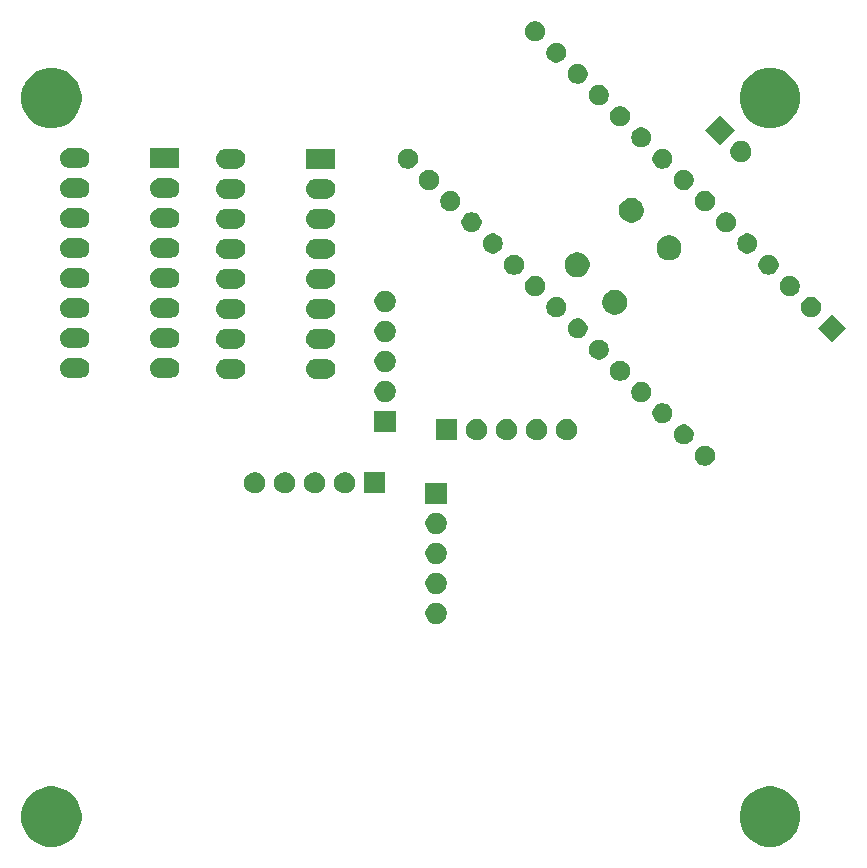
<source format=gts>
G04 #@! TF.GenerationSoftware,KiCad,Pcbnew,(5.1.5)-3*
G04 #@! TF.CreationDate,2020-10-16T01:56:22+02:00*
G04 #@! TF.ProjectId,Christmas C,43687269-7374-46d6-9173-20432e6b6963,rev?*
G04 #@! TF.SameCoordinates,Original*
G04 #@! TF.FileFunction,Soldermask,Top*
G04 #@! TF.FilePolarity,Negative*
%FSLAX46Y46*%
G04 Gerber Fmt 4.6, Leading zero omitted, Abs format (unit mm)*
G04 Created by KiCad (PCBNEW (5.1.5)-3) date 2020-10-16 01:56:22*
%MOMM*%
%LPD*%
G04 APERTURE LIST*
%ADD10C,0.100000*%
G04 APERTURE END LIST*
D10*
G36*
X135935598Y-178649033D02*
G01*
X136399850Y-178841332D01*
X136399852Y-178841333D01*
X136817668Y-179120509D01*
X137172991Y-179475832D01*
X137452167Y-179893648D01*
X137452168Y-179893650D01*
X137644467Y-180357902D01*
X137742500Y-180850747D01*
X137742500Y-181353253D01*
X137644467Y-181846098D01*
X137452168Y-182310350D01*
X137452167Y-182310352D01*
X137172991Y-182728168D01*
X136817668Y-183083491D01*
X136399852Y-183362667D01*
X136399851Y-183362668D01*
X136399850Y-183362668D01*
X135935598Y-183554967D01*
X135442753Y-183653000D01*
X134940247Y-183653000D01*
X134447402Y-183554967D01*
X133983150Y-183362668D01*
X133983149Y-183362668D01*
X133983148Y-183362667D01*
X133565332Y-183083491D01*
X133210009Y-182728168D01*
X132930833Y-182310352D01*
X132930832Y-182310350D01*
X132738533Y-181846098D01*
X132640500Y-181353253D01*
X132640500Y-180850747D01*
X132738533Y-180357902D01*
X132930832Y-179893650D01*
X132930833Y-179893648D01*
X133210009Y-179475832D01*
X133565332Y-179120509D01*
X133983148Y-178841333D01*
X133983150Y-178841332D01*
X134447402Y-178649033D01*
X134940247Y-178551000D01*
X135442753Y-178551000D01*
X135935598Y-178649033D01*
G37*
G36*
X75102598Y-178649033D02*
G01*
X75566850Y-178841332D01*
X75566852Y-178841333D01*
X75984668Y-179120509D01*
X76339991Y-179475832D01*
X76619167Y-179893648D01*
X76619168Y-179893650D01*
X76811467Y-180357902D01*
X76909500Y-180850747D01*
X76909500Y-181353253D01*
X76811467Y-181846098D01*
X76619168Y-182310350D01*
X76619167Y-182310352D01*
X76339991Y-182728168D01*
X75984668Y-183083491D01*
X75566852Y-183362667D01*
X75566851Y-183362668D01*
X75566850Y-183362668D01*
X75102598Y-183554967D01*
X74609753Y-183653000D01*
X74107247Y-183653000D01*
X73614402Y-183554967D01*
X73150150Y-183362668D01*
X73150149Y-183362668D01*
X73150148Y-183362667D01*
X72732332Y-183083491D01*
X72377009Y-182728168D01*
X72097833Y-182310352D01*
X72097832Y-182310350D01*
X71905533Y-181846098D01*
X71807500Y-181353253D01*
X71807500Y-180850747D01*
X71905533Y-180357902D01*
X72097832Y-179893650D01*
X72097833Y-179893648D01*
X72377009Y-179475832D01*
X72732332Y-179120509D01*
X73150148Y-178841333D01*
X73150150Y-178841332D01*
X73614402Y-178649033D01*
X74107247Y-178551000D01*
X74609753Y-178551000D01*
X75102598Y-178649033D01*
G37*
G36*
X107047512Y-162997427D02*
G01*
X107196812Y-163027124D01*
X107360784Y-163095044D01*
X107508354Y-163193647D01*
X107633853Y-163319146D01*
X107732456Y-163466716D01*
X107800376Y-163630688D01*
X107835000Y-163804759D01*
X107835000Y-163982241D01*
X107800376Y-164156312D01*
X107732456Y-164320284D01*
X107633853Y-164467854D01*
X107508354Y-164593353D01*
X107360784Y-164691956D01*
X107196812Y-164759876D01*
X107047512Y-164789573D01*
X107022742Y-164794500D01*
X106845258Y-164794500D01*
X106820488Y-164789573D01*
X106671188Y-164759876D01*
X106507216Y-164691956D01*
X106359646Y-164593353D01*
X106234147Y-164467854D01*
X106135544Y-164320284D01*
X106067624Y-164156312D01*
X106033000Y-163982241D01*
X106033000Y-163804759D01*
X106067624Y-163630688D01*
X106135544Y-163466716D01*
X106234147Y-163319146D01*
X106359646Y-163193647D01*
X106507216Y-163095044D01*
X106671188Y-163027124D01*
X106820488Y-162997427D01*
X106845258Y-162992500D01*
X107022742Y-162992500D01*
X107047512Y-162997427D01*
G37*
G36*
X107047512Y-160457427D02*
G01*
X107196812Y-160487124D01*
X107360784Y-160555044D01*
X107508354Y-160653647D01*
X107633853Y-160779146D01*
X107732456Y-160926716D01*
X107800376Y-161090688D01*
X107835000Y-161264759D01*
X107835000Y-161442241D01*
X107800376Y-161616312D01*
X107732456Y-161780284D01*
X107633853Y-161927854D01*
X107508354Y-162053353D01*
X107360784Y-162151956D01*
X107196812Y-162219876D01*
X107047512Y-162249573D01*
X107022742Y-162254500D01*
X106845258Y-162254500D01*
X106820488Y-162249573D01*
X106671188Y-162219876D01*
X106507216Y-162151956D01*
X106359646Y-162053353D01*
X106234147Y-161927854D01*
X106135544Y-161780284D01*
X106067624Y-161616312D01*
X106033000Y-161442241D01*
X106033000Y-161264759D01*
X106067624Y-161090688D01*
X106135544Y-160926716D01*
X106234147Y-160779146D01*
X106359646Y-160653647D01*
X106507216Y-160555044D01*
X106671188Y-160487124D01*
X106820488Y-160457427D01*
X106845258Y-160452500D01*
X107022742Y-160452500D01*
X107047512Y-160457427D01*
G37*
G36*
X107047512Y-157917427D02*
G01*
X107196812Y-157947124D01*
X107360784Y-158015044D01*
X107508354Y-158113647D01*
X107633853Y-158239146D01*
X107732456Y-158386716D01*
X107800376Y-158550688D01*
X107835000Y-158724759D01*
X107835000Y-158902241D01*
X107800376Y-159076312D01*
X107732456Y-159240284D01*
X107633853Y-159387854D01*
X107508354Y-159513353D01*
X107360784Y-159611956D01*
X107196812Y-159679876D01*
X107047512Y-159709573D01*
X107022742Y-159714500D01*
X106845258Y-159714500D01*
X106820488Y-159709573D01*
X106671188Y-159679876D01*
X106507216Y-159611956D01*
X106359646Y-159513353D01*
X106234147Y-159387854D01*
X106135544Y-159240284D01*
X106067624Y-159076312D01*
X106033000Y-158902241D01*
X106033000Y-158724759D01*
X106067624Y-158550688D01*
X106135544Y-158386716D01*
X106234147Y-158239146D01*
X106359646Y-158113647D01*
X106507216Y-158015044D01*
X106671188Y-157947124D01*
X106820488Y-157917427D01*
X106845258Y-157912500D01*
X107022742Y-157912500D01*
X107047512Y-157917427D01*
G37*
G36*
X107047512Y-155377427D02*
G01*
X107196812Y-155407124D01*
X107360784Y-155475044D01*
X107508354Y-155573647D01*
X107633853Y-155699146D01*
X107732456Y-155846716D01*
X107800376Y-156010688D01*
X107835000Y-156184759D01*
X107835000Y-156362241D01*
X107800376Y-156536312D01*
X107732456Y-156700284D01*
X107633853Y-156847854D01*
X107508354Y-156973353D01*
X107360784Y-157071956D01*
X107196812Y-157139876D01*
X107047512Y-157169573D01*
X107022742Y-157174500D01*
X106845258Y-157174500D01*
X106820488Y-157169573D01*
X106671188Y-157139876D01*
X106507216Y-157071956D01*
X106359646Y-156973353D01*
X106234147Y-156847854D01*
X106135544Y-156700284D01*
X106067624Y-156536312D01*
X106033000Y-156362241D01*
X106033000Y-156184759D01*
X106067624Y-156010688D01*
X106135544Y-155846716D01*
X106234147Y-155699146D01*
X106359646Y-155573647D01*
X106507216Y-155475044D01*
X106671188Y-155407124D01*
X106820488Y-155377427D01*
X106845258Y-155372500D01*
X107022742Y-155372500D01*
X107047512Y-155377427D01*
G37*
G36*
X107835000Y-154634500D02*
G01*
X106033000Y-154634500D01*
X106033000Y-152832500D01*
X107835000Y-152832500D01*
X107835000Y-154634500D01*
G37*
G36*
X91680512Y-151948427D02*
G01*
X91829812Y-151978124D01*
X91993784Y-152046044D01*
X92141354Y-152144647D01*
X92266853Y-152270146D01*
X92365456Y-152417716D01*
X92433376Y-152581688D01*
X92468000Y-152755759D01*
X92468000Y-152933241D01*
X92433376Y-153107312D01*
X92365456Y-153271284D01*
X92266853Y-153418854D01*
X92141354Y-153544353D01*
X91993784Y-153642956D01*
X91829812Y-153710876D01*
X91680512Y-153740573D01*
X91655742Y-153745500D01*
X91478258Y-153745500D01*
X91453488Y-153740573D01*
X91304188Y-153710876D01*
X91140216Y-153642956D01*
X90992646Y-153544353D01*
X90867147Y-153418854D01*
X90768544Y-153271284D01*
X90700624Y-153107312D01*
X90666000Y-152933241D01*
X90666000Y-152755759D01*
X90700624Y-152581688D01*
X90768544Y-152417716D01*
X90867147Y-152270146D01*
X90992646Y-152144647D01*
X91140216Y-152046044D01*
X91304188Y-151978124D01*
X91453488Y-151948427D01*
X91478258Y-151943500D01*
X91655742Y-151943500D01*
X91680512Y-151948427D01*
G37*
G36*
X102628000Y-153745500D02*
G01*
X100826000Y-153745500D01*
X100826000Y-151943500D01*
X102628000Y-151943500D01*
X102628000Y-153745500D01*
G37*
G36*
X99300512Y-151948427D02*
G01*
X99449812Y-151978124D01*
X99613784Y-152046044D01*
X99761354Y-152144647D01*
X99886853Y-152270146D01*
X99985456Y-152417716D01*
X100053376Y-152581688D01*
X100088000Y-152755759D01*
X100088000Y-152933241D01*
X100053376Y-153107312D01*
X99985456Y-153271284D01*
X99886853Y-153418854D01*
X99761354Y-153544353D01*
X99613784Y-153642956D01*
X99449812Y-153710876D01*
X99300512Y-153740573D01*
X99275742Y-153745500D01*
X99098258Y-153745500D01*
X99073488Y-153740573D01*
X98924188Y-153710876D01*
X98760216Y-153642956D01*
X98612646Y-153544353D01*
X98487147Y-153418854D01*
X98388544Y-153271284D01*
X98320624Y-153107312D01*
X98286000Y-152933241D01*
X98286000Y-152755759D01*
X98320624Y-152581688D01*
X98388544Y-152417716D01*
X98487147Y-152270146D01*
X98612646Y-152144647D01*
X98760216Y-152046044D01*
X98924188Y-151978124D01*
X99073488Y-151948427D01*
X99098258Y-151943500D01*
X99275742Y-151943500D01*
X99300512Y-151948427D01*
G37*
G36*
X96760512Y-151948427D02*
G01*
X96909812Y-151978124D01*
X97073784Y-152046044D01*
X97221354Y-152144647D01*
X97346853Y-152270146D01*
X97445456Y-152417716D01*
X97513376Y-152581688D01*
X97548000Y-152755759D01*
X97548000Y-152933241D01*
X97513376Y-153107312D01*
X97445456Y-153271284D01*
X97346853Y-153418854D01*
X97221354Y-153544353D01*
X97073784Y-153642956D01*
X96909812Y-153710876D01*
X96760512Y-153740573D01*
X96735742Y-153745500D01*
X96558258Y-153745500D01*
X96533488Y-153740573D01*
X96384188Y-153710876D01*
X96220216Y-153642956D01*
X96072646Y-153544353D01*
X95947147Y-153418854D01*
X95848544Y-153271284D01*
X95780624Y-153107312D01*
X95746000Y-152933241D01*
X95746000Y-152755759D01*
X95780624Y-152581688D01*
X95848544Y-152417716D01*
X95947147Y-152270146D01*
X96072646Y-152144647D01*
X96220216Y-152046044D01*
X96384188Y-151978124D01*
X96533488Y-151948427D01*
X96558258Y-151943500D01*
X96735742Y-151943500D01*
X96760512Y-151948427D01*
G37*
G36*
X94220512Y-151948427D02*
G01*
X94369812Y-151978124D01*
X94533784Y-152046044D01*
X94681354Y-152144647D01*
X94806853Y-152270146D01*
X94905456Y-152417716D01*
X94973376Y-152581688D01*
X95008000Y-152755759D01*
X95008000Y-152933241D01*
X94973376Y-153107312D01*
X94905456Y-153271284D01*
X94806853Y-153418854D01*
X94681354Y-153544353D01*
X94533784Y-153642956D01*
X94369812Y-153710876D01*
X94220512Y-153740573D01*
X94195742Y-153745500D01*
X94018258Y-153745500D01*
X93993488Y-153740573D01*
X93844188Y-153710876D01*
X93680216Y-153642956D01*
X93532646Y-153544353D01*
X93407147Y-153418854D01*
X93308544Y-153271284D01*
X93240624Y-153107312D01*
X93206000Y-152933241D01*
X93206000Y-152755759D01*
X93240624Y-152581688D01*
X93308544Y-152417716D01*
X93407147Y-152270146D01*
X93532646Y-152144647D01*
X93680216Y-152046044D01*
X93844188Y-151978124D01*
X93993488Y-151948427D01*
X94018258Y-151943500D01*
X94195742Y-151943500D01*
X94220512Y-151948427D01*
G37*
G36*
X129933921Y-149721510D02*
G01*
X130088793Y-149785660D01*
X130228174Y-149878792D01*
X130346708Y-149997326D01*
X130439840Y-150136707D01*
X130503990Y-150291579D01*
X130536693Y-150455991D01*
X130536693Y-150623623D01*
X130503990Y-150788035D01*
X130439840Y-150942907D01*
X130346708Y-151082288D01*
X130228174Y-151200822D01*
X130088793Y-151293954D01*
X129933921Y-151358104D01*
X129769509Y-151390807D01*
X129601877Y-151390807D01*
X129437465Y-151358104D01*
X129282593Y-151293954D01*
X129143212Y-151200822D01*
X129024678Y-151082288D01*
X128931546Y-150942907D01*
X128867396Y-150788035D01*
X128834693Y-150623623D01*
X128834693Y-150455991D01*
X128867396Y-150291579D01*
X128931546Y-150136707D01*
X129024678Y-149997326D01*
X129143212Y-149878792D01*
X129282593Y-149785660D01*
X129437465Y-149721510D01*
X129601877Y-149688807D01*
X129769509Y-149688807D01*
X129933921Y-149721510D01*
G37*
G36*
X128137869Y-147925459D02*
G01*
X128292741Y-147989609D01*
X128432122Y-148082741D01*
X128550656Y-148201275D01*
X128643788Y-148340656D01*
X128707938Y-148495528D01*
X128740641Y-148659940D01*
X128740641Y-148827572D01*
X128707938Y-148991984D01*
X128643788Y-149146856D01*
X128550656Y-149286237D01*
X128432122Y-149404771D01*
X128292741Y-149497903D01*
X128137869Y-149562053D01*
X127973457Y-149594756D01*
X127805825Y-149594756D01*
X127641413Y-149562053D01*
X127486541Y-149497903D01*
X127347160Y-149404771D01*
X127228626Y-149286237D01*
X127135494Y-149146856D01*
X127071344Y-148991984D01*
X127038641Y-148827572D01*
X127038641Y-148659940D01*
X127071344Y-148495528D01*
X127135494Y-148340656D01*
X127228626Y-148201275D01*
X127347160Y-148082741D01*
X127486541Y-147989609D01*
X127641413Y-147925459D01*
X127805825Y-147892756D01*
X127973457Y-147892756D01*
X128137869Y-147925459D01*
G37*
G36*
X110476512Y-147439927D02*
G01*
X110625812Y-147469624D01*
X110789784Y-147537544D01*
X110937354Y-147636147D01*
X111062853Y-147761646D01*
X111161456Y-147909216D01*
X111229376Y-148073188D01*
X111264000Y-148247259D01*
X111264000Y-148424741D01*
X111229376Y-148598812D01*
X111161456Y-148762784D01*
X111062853Y-148910354D01*
X110937354Y-149035853D01*
X110789784Y-149134456D01*
X110625812Y-149202376D01*
X110476512Y-149232073D01*
X110451742Y-149237000D01*
X110274258Y-149237000D01*
X110249488Y-149232073D01*
X110100188Y-149202376D01*
X109936216Y-149134456D01*
X109788646Y-149035853D01*
X109663147Y-148910354D01*
X109564544Y-148762784D01*
X109496624Y-148598812D01*
X109462000Y-148424741D01*
X109462000Y-148247259D01*
X109496624Y-148073188D01*
X109564544Y-147909216D01*
X109663147Y-147761646D01*
X109788646Y-147636147D01*
X109936216Y-147537544D01*
X110100188Y-147469624D01*
X110249488Y-147439927D01*
X110274258Y-147435000D01*
X110451742Y-147435000D01*
X110476512Y-147439927D01*
G37*
G36*
X113016512Y-147439927D02*
G01*
X113165812Y-147469624D01*
X113329784Y-147537544D01*
X113477354Y-147636147D01*
X113602853Y-147761646D01*
X113701456Y-147909216D01*
X113769376Y-148073188D01*
X113804000Y-148247259D01*
X113804000Y-148424741D01*
X113769376Y-148598812D01*
X113701456Y-148762784D01*
X113602853Y-148910354D01*
X113477354Y-149035853D01*
X113329784Y-149134456D01*
X113165812Y-149202376D01*
X113016512Y-149232073D01*
X112991742Y-149237000D01*
X112814258Y-149237000D01*
X112789488Y-149232073D01*
X112640188Y-149202376D01*
X112476216Y-149134456D01*
X112328646Y-149035853D01*
X112203147Y-148910354D01*
X112104544Y-148762784D01*
X112036624Y-148598812D01*
X112002000Y-148424741D01*
X112002000Y-148247259D01*
X112036624Y-148073188D01*
X112104544Y-147909216D01*
X112203147Y-147761646D01*
X112328646Y-147636147D01*
X112476216Y-147537544D01*
X112640188Y-147469624D01*
X112789488Y-147439927D01*
X112814258Y-147435000D01*
X112991742Y-147435000D01*
X113016512Y-147439927D01*
G37*
G36*
X115556512Y-147439927D02*
G01*
X115705812Y-147469624D01*
X115869784Y-147537544D01*
X116017354Y-147636147D01*
X116142853Y-147761646D01*
X116241456Y-147909216D01*
X116309376Y-148073188D01*
X116344000Y-148247259D01*
X116344000Y-148424741D01*
X116309376Y-148598812D01*
X116241456Y-148762784D01*
X116142853Y-148910354D01*
X116017354Y-149035853D01*
X115869784Y-149134456D01*
X115705812Y-149202376D01*
X115556512Y-149232073D01*
X115531742Y-149237000D01*
X115354258Y-149237000D01*
X115329488Y-149232073D01*
X115180188Y-149202376D01*
X115016216Y-149134456D01*
X114868646Y-149035853D01*
X114743147Y-148910354D01*
X114644544Y-148762784D01*
X114576624Y-148598812D01*
X114542000Y-148424741D01*
X114542000Y-148247259D01*
X114576624Y-148073188D01*
X114644544Y-147909216D01*
X114743147Y-147761646D01*
X114868646Y-147636147D01*
X115016216Y-147537544D01*
X115180188Y-147469624D01*
X115329488Y-147439927D01*
X115354258Y-147435000D01*
X115531742Y-147435000D01*
X115556512Y-147439927D01*
G37*
G36*
X118096512Y-147439927D02*
G01*
X118245812Y-147469624D01*
X118409784Y-147537544D01*
X118557354Y-147636147D01*
X118682853Y-147761646D01*
X118781456Y-147909216D01*
X118849376Y-148073188D01*
X118884000Y-148247259D01*
X118884000Y-148424741D01*
X118849376Y-148598812D01*
X118781456Y-148762784D01*
X118682853Y-148910354D01*
X118557354Y-149035853D01*
X118409784Y-149134456D01*
X118245812Y-149202376D01*
X118096512Y-149232073D01*
X118071742Y-149237000D01*
X117894258Y-149237000D01*
X117869488Y-149232073D01*
X117720188Y-149202376D01*
X117556216Y-149134456D01*
X117408646Y-149035853D01*
X117283147Y-148910354D01*
X117184544Y-148762784D01*
X117116624Y-148598812D01*
X117082000Y-148424741D01*
X117082000Y-148247259D01*
X117116624Y-148073188D01*
X117184544Y-147909216D01*
X117283147Y-147761646D01*
X117408646Y-147636147D01*
X117556216Y-147537544D01*
X117720188Y-147469624D01*
X117869488Y-147439927D01*
X117894258Y-147435000D01*
X118071742Y-147435000D01*
X118096512Y-147439927D01*
G37*
G36*
X108724000Y-149237000D02*
G01*
X106922000Y-149237000D01*
X106922000Y-147435000D01*
X108724000Y-147435000D01*
X108724000Y-149237000D01*
G37*
G36*
X103517000Y-148538500D02*
G01*
X101715000Y-148538500D01*
X101715000Y-146736500D01*
X103517000Y-146736500D01*
X103517000Y-148538500D01*
G37*
G36*
X126341818Y-146129408D02*
G01*
X126496690Y-146193558D01*
X126636071Y-146286690D01*
X126754605Y-146405224D01*
X126847737Y-146544605D01*
X126911887Y-146699477D01*
X126944590Y-146863889D01*
X126944590Y-147031521D01*
X126911887Y-147195933D01*
X126847737Y-147350805D01*
X126754605Y-147490186D01*
X126636071Y-147608720D01*
X126496690Y-147701852D01*
X126341818Y-147766002D01*
X126177406Y-147798705D01*
X126009774Y-147798705D01*
X125845362Y-147766002D01*
X125690490Y-147701852D01*
X125551109Y-147608720D01*
X125432575Y-147490186D01*
X125339443Y-147350805D01*
X125275293Y-147195933D01*
X125242590Y-147031521D01*
X125242590Y-146863889D01*
X125275293Y-146699477D01*
X125339443Y-146544605D01*
X125432575Y-146405224D01*
X125551109Y-146286690D01*
X125690490Y-146193558D01*
X125845362Y-146129408D01*
X126009774Y-146096705D01*
X126177406Y-146096705D01*
X126341818Y-146129408D01*
G37*
G36*
X124545767Y-144333357D02*
G01*
X124700639Y-144397507D01*
X124840020Y-144490639D01*
X124958554Y-144609173D01*
X125051686Y-144748554D01*
X125115836Y-144903426D01*
X125148539Y-145067838D01*
X125148539Y-145235470D01*
X125115836Y-145399882D01*
X125051686Y-145554754D01*
X124958554Y-145694135D01*
X124840020Y-145812669D01*
X124700639Y-145905801D01*
X124545767Y-145969951D01*
X124381355Y-146002654D01*
X124213723Y-146002654D01*
X124049311Y-145969951D01*
X123894439Y-145905801D01*
X123755058Y-145812669D01*
X123636524Y-145694135D01*
X123543392Y-145554754D01*
X123479242Y-145399882D01*
X123446539Y-145235470D01*
X123446539Y-145067838D01*
X123479242Y-144903426D01*
X123543392Y-144748554D01*
X123636524Y-144609173D01*
X123755058Y-144490639D01*
X123894439Y-144397507D01*
X124049311Y-144333357D01*
X124213723Y-144300654D01*
X124381355Y-144300654D01*
X124545767Y-144333357D01*
G37*
G36*
X102729512Y-144201427D02*
G01*
X102878812Y-144231124D01*
X103042784Y-144299044D01*
X103190354Y-144397647D01*
X103315853Y-144523146D01*
X103414456Y-144670716D01*
X103482376Y-144834688D01*
X103517000Y-145008759D01*
X103517000Y-145186241D01*
X103482376Y-145360312D01*
X103414456Y-145524284D01*
X103315853Y-145671854D01*
X103190354Y-145797353D01*
X103042784Y-145895956D01*
X102878812Y-145963876D01*
X102729512Y-145993573D01*
X102704742Y-145998500D01*
X102527258Y-145998500D01*
X102502488Y-145993573D01*
X102353188Y-145963876D01*
X102189216Y-145895956D01*
X102041646Y-145797353D01*
X101916147Y-145671854D01*
X101817544Y-145524284D01*
X101749624Y-145360312D01*
X101715000Y-145186241D01*
X101715000Y-145008759D01*
X101749624Y-144834688D01*
X101817544Y-144670716D01*
X101916147Y-144523146D01*
X102041646Y-144397647D01*
X102189216Y-144299044D01*
X102353188Y-144231124D01*
X102502488Y-144201427D01*
X102527258Y-144196500D01*
X102704742Y-144196500D01*
X102729512Y-144201427D01*
G37*
G36*
X122749716Y-142537305D02*
G01*
X122904588Y-142601455D01*
X123043969Y-142694587D01*
X123162503Y-142813121D01*
X123255635Y-142952502D01*
X123319785Y-143107374D01*
X123352488Y-143271786D01*
X123352488Y-143439418D01*
X123319785Y-143603830D01*
X123255635Y-143758702D01*
X123162503Y-143898083D01*
X123043969Y-144016617D01*
X122904588Y-144109749D01*
X122749716Y-144173899D01*
X122585304Y-144206602D01*
X122417672Y-144206602D01*
X122253260Y-144173899D01*
X122098388Y-144109749D01*
X121959007Y-144016617D01*
X121840473Y-143898083D01*
X121747341Y-143758702D01*
X121683191Y-143603830D01*
X121650488Y-143439418D01*
X121650488Y-143271786D01*
X121683191Y-143107374D01*
X121747341Y-142952502D01*
X121840473Y-142813121D01*
X121959007Y-142694587D01*
X122098388Y-142601455D01*
X122253260Y-142537305D01*
X122417672Y-142504602D01*
X122585304Y-142504602D01*
X122749716Y-142537305D01*
G37*
G36*
X90101823Y-142353813D02*
G01*
X90262242Y-142402476D01*
X90386247Y-142468758D01*
X90410078Y-142481496D01*
X90539659Y-142587841D01*
X90646004Y-142717422D01*
X90646005Y-142717424D01*
X90725024Y-142865258D01*
X90773687Y-143025677D01*
X90790117Y-143192500D01*
X90773687Y-143359323D01*
X90725024Y-143519742D01*
X90680078Y-143603830D01*
X90646004Y-143667578D01*
X90539659Y-143797159D01*
X90410078Y-143903504D01*
X90410076Y-143903505D01*
X90262242Y-143982524D01*
X90101823Y-144031187D01*
X89976804Y-144043500D01*
X89093196Y-144043500D01*
X88968177Y-144031187D01*
X88807758Y-143982524D01*
X88659924Y-143903505D01*
X88659922Y-143903504D01*
X88530341Y-143797159D01*
X88423996Y-143667578D01*
X88389922Y-143603830D01*
X88344976Y-143519742D01*
X88296313Y-143359323D01*
X88279883Y-143192500D01*
X88296313Y-143025677D01*
X88344976Y-142865258D01*
X88423995Y-142717424D01*
X88423996Y-142717422D01*
X88530341Y-142587841D01*
X88659922Y-142481496D01*
X88683753Y-142468758D01*
X88807758Y-142402476D01*
X88968177Y-142353813D01*
X89093196Y-142341500D01*
X89976804Y-142341500D01*
X90101823Y-142353813D01*
G37*
G36*
X97721823Y-142353813D02*
G01*
X97882242Y-142402476D01*
X98006247Y-142468758D01*
X98030078Y-142481496D01*
X98159659Y-142587841D01*
X98266004Y-142717422D01*
X98266005Y-142717424D01*
X98345024Y-142865258D01*
X98393687Y-143025677D01*
X98410117Y-143192500D01*
X98393687Y-143359323D01*
X98345024Y-143519742D01*
X98300078Y-143603830D01*
X98266004Y-143667578D01*
X98159659Y-143797159D01*
X98030078Y-143903504D01*
X98030076Y-143903505D01*
X97882242Y-143982524D01*
X97721823Y-144031187D01*
X97596804Y-144043500D01*
X96713196Y-144043500D01*
X96588177Y-144031187D01*
X96427758Y-143982524D01*
X96279924Y-143903505D01*
X96279922Y-143903504D01*
X96150341Y-143797159D01*
X96043996Y-143667578D01*
X96009922Y-143603830D01*
X95964976Y-143519742D01*
X95916313Y-143359323D01*
X95899883Y-143192500D01*
X95916313Y-143025677D01*
X95964976Y-142865258D01*
X96043995Y-142717424D01*
X96043996Y-142717422D01*
X96150341Y-142587841D01*
X96279922Y-142481496D01*
X96303753Y-142468758D01*
X96427758Y-142402476D01*
X96588177Y-142353813D01*
X96713196Y-142341500D01*
X97596804Y-142341500D01*
X97721823Y-142353813D01*
G37*
G36*
X84513823Y-142290313D02*
G01*
X84674242Y-142338976D01*
X84746966Y-142377848D01*
X84822078Y-142417996D01*
X84951659Y-142524341D01*
X85058004Y-142653922D01*
X85058005Y-142653924D01*
X85137024Y-142801758D01*
X85185687Y-142962177D01*
X85202117Y-143129000D01*
X85185687Y-143295823D01*
X85137024Y-143456242D01*
X85066114Y-143588906D01*
X85058004Y-143604078D01*
X84951659Y-143733659D01*
X84822078Y-143840004D01*
X84822076Y-143840005D01*
X84674242Y-143919024D01*
X84513823Y-143967687D01*
X84388804Y-143980000D01*
X83505196Y-143980000D01*
X83380177Y-143967687D01*
X83219758Y-143919024D01*
X83071924Y-143840005D01*
X83071922Y-143840004D01*
X82942341Y-143733659D01*
X82835996Y-143604078D01*
X82827886Y-143588906D01*
X82756976Y-143456242D01*
X82708313Y-143295823D01*
X82691883Y-143129000D01*
X82708313Y-142962177D01*
X82756976Y-142801758D01*
X82835995Y-142653924D01*
X82835996Y-142653922D01*
X82942341Y-142524341D01*
X83071922Y-142417996D01*
X83147034Y-142377848D01*
X83219758Y-142338976D01*
X83380177Y-142290313D01*
X83505196Y-142278000D01*
X84388804Y-142278000D01*
X84513823Y-142290313D01*
G37*
G36*
X76893823Y-142290313D02*
G01*
X77054242Y-142338976D01*
X77126966Y-142377848D01*
X77202078Y-142417996D01*
X77331659Y-142524341D01*
X77438004Y-142653922D01*
X77438005Y-142653924D01*
X77517024Y-142801758D01*
X77565687Y-142962177D01*
X77582117Y-143129000D01*
X77565687Y-143295823D01*
X77517024Y-143456242D01*
X77446114Y-143588906D01*
X77438004Y-143604078D01*
X77331659Y-143733659D01*
X77202078Y-143840004D01*
X77202076Y-143840005D01*
X77054242Y-143919024D01*
X76893823Y-143967687D01*
X76768804Y-143980000D01*
X75885196Y-143980000D01*
X75760177Y-143967687D01*
X75599758Y-143919024D01*
X75451924Y-143840005D01*
X75451922Y-143840004D01*
X75322341Y-143733659D01*
X75215996Y-143604078D01*
X75207886Y-143588906D01*
X75136976Y-143456242D01*
X75088313Y-143295823D01*
X75071883Y-143129000D01*
X75088313Y-142962177D01*
X75136976Y-142801758D01*
X75215995Y-142653924D01*
X75215996Y-142653922D01*
X75322341Y-142524341D01*
X75451922Y-142417996D01*
X75527034Y-142377848D01*
X75599758Y-142338976D01*
X75760177Y-142290313D01*
X75885196Y-142278000D01*
X76768804Y-142278000D01*
X76893823Y-142290313D01*
G37*
G36*
X102729512Y-141661427D02*
G01*
X102878812Y-141691124D01*
X103042784Y-141759044D01*
X103190354Y-141857647D01*
X103315853Y-141983146D01*
X103414456Y-142130716D01*
X103482376Y-142294688D01*
X103517000Y-142468759D01*
X103517000Y-142646241D01*
X103482376Y-142820312D01*
X103414456Y-142984284D01*
X103315853Y-143131854D01*
X103190354Y-143257353D01*
X103042784Y-143355956D01*
X102878812Y-143423876D01*
X102729512Y-143453573D01*
X102704742Y-143458500D01*
X102527258Y-143458500D01*
X102502488Y-143453573D01*
X102353188Y-143423876D01*
X102189216Y-143355956D01*
X102041646Y-143257353D01*
X101916147Y-143131854D01*
X101817544Y-142984284D01*
X101749624Y-142820312D01*
X101715000Y-142646241D01*
X101715000Y-142468759D01*
X101749624Y-142294688D01*
X101817544Y-142130716D01*
X101916147Y-141983146D01*
X102041646Y-141857647D01*
X102189216Y-141759044D01*
X102353188Y-141691124D01*
X102502488Y-141661427D01*
X102527258Y-141656500D01*
X102704742Y-141656500D01*
X102729512Y-141661427D01*
G37*
G36*
X120953665Y-140741254D02*
G01*
X121108537Y-140805404D01*
X121247918Y-140898536D01*
X121366452Y-141017070D01*
X121459584Y-141156451D01*
X121523734Y-141311323D01*
X121556437Y-141475735D01*
X121556437Y-141643367D01*
X121523734Y-141807779D01*
X121459584Y-141962651D01*
X121366452Y-142102032D01*
X121247918Y-142220566D01*
X121108537Y-142313698D01*
X120953665Y-142377848D01*
X120789253Y-142410551D01*
X120621621Y-142410551D01*
X120457209Y-142377848D01*
X120302337Y-142313698D01*
X120162956Y-142220566D01*
X120044422Y-142102032D01*
X119951290Y-141962651D01*
X119887140Y-141807779D01*
X119854437Y-141643367D01*
X119854437Y-141475735D01*
X119887140Y-141311323D01*
X119951290Y-141156451D01*
X120044422Y-141017070D01*
X120162956Y-140898536D01*
X120302337Y-140805404D01*
X120457209Y-140741254D01*
X120621621Y-140708551D01*
X120789253Y-140708551D01*
X120953665Y-140741254D01*
G37*
G36*
X90101823Y-139813813D02*
G01*
X90262242Y-139862476D01*
X90386247Y-139928758D01*
X90410078Y-139941496D01*
X90539659Y-140047841D01*
X90646004Y-140177422D01*
X90646005Y-140177424D01*
X90725024Y-140325258D01*
X90773687Y-140485677D01*
X90790117Y-140652500D01*
X90773687Y-140819323D01*
X90744287Y-140916242D01*
X90728891Y-140966996D01*
X90725024Y-140979742D01*
X90705071Y-141017071D01*
X90646004Y-141127578D01*
X90539659Y-141257159D01*
X90410078Y-141363504D01*
X90410076Y-141363505D01*
X90262242Y-141442524D01*
X90101823Y-141491187D01*
X89976804Y-141503500D01*
X89093196Y-141503500D01*
X88968177Y-141491187D01*
X88807758Y-141442524D01*
X88659924Y-141363505D01*
X88659922Y-141363504D01*
X88530341Y-141257159D01*
X88423996Y-141127578D01*
X88364929Y-141017071D01*
X88344976Y-140979742D01*
X88341110Y-140966996D01*
X88325713Y-140916242D01*
X88296313Y-140819323D01*
X88279883Y-140652500D01*
X88296313Y-140485677D01*
X88344976Y-140325258D01*
X88423995Y-140177424D01*
X88423996Y-140177422D01*
X88530341Y-140047841D01*
X88659922Y-139941496D01*
X88683753Y-139928758D01*
X88807758Y-139862476D01*
X88968177Y-139813813D01*
X89093196Y-139801500D01*
X89976804Y-139801500D01*
X90101823Y-139813813D01*
G37*
G36*
X97721823Y-139813813D02*
G01*
X97882242Y-139862476D01*
X98006247Y-139928758D01*
X98030078Y-139941496D01*
X98159659Y-140047841D01*
X98266004Y-140177422D01*
X98266005Y-140177424D01*
X98345024Y-140325258D01*
X98393687Y-140485677D01*
X98410117Y-140652500D01*
X98393687Y-140819323D01*
X98364287Y-140916242D01*
X98348891Y-140966996D01*
X98345024Y-140979742D01*
X98325071Y-141017071D01*
X98266004Y-141127578D01*
X98159659Y-141257159D01*
X98030078Y-141363504D01*
X98030076Y-141363505D01*
X97882242Y-141442524D01*
X97721823Y-141491187D01*
X97596804Y-141503500D01*
X96713196Y-141503500D01*
X96588177Y-141491187D01*
X96427758Y-141442524D01*
X96279924Y-141363505D01*
X96279922Y-141363504D01*
X96150341Y-141257159D01*
X96043996Y-141127578D01*
X95984929Y-141017071D01*
X95964976Y-140979742D01*
X95961110Y-140966996D01*
X95945713Y-140916242D01*
X95916313Y-140819323D01*
X95899883Y-140652500D01*
X95916313Y-140485677D01*
X95964976Y-140325258D01*
X96043995Y-140177424D01*
X96043996Y-140177422D01*
X96150341Y-140047841D01*
X96279922Y-139941496D01*
X96303753Y-139928758D01*
X96427758Y-139862476D01*
X96588177Y-139813813D01*
X96713196Y-139801500D01*
X97596804Y-139801500D01*
X97721823Y-139813813D01*
G37*
G36*
X76893823Y-139750313D02*
G01*
X77054242Y-139798976D01*
X77173040Y-139862475D01*
X77202078Y-139877996D01*
X77331659Y-139984341D01*
X77438004Y-140113922D01*
X77438005Y-140113924D01*
X77517024Y-140261758D01*
X77565687Y-140422177D01*
X77582117Y-140589000D01*
X77565687Y-140755823D01*
X77517024Y-140916242D01*
X77463130Y-141017070D01*
X77438004Y-141064078D01*
X77331659Y-141193659D01*
X77202078Y-141300004D01*
X77202076Y-141300005D01*
X77054242Y-141379024D01*
X76893823Y-141427687D01*
X76768804Y-141440000D01*
X75885196Y-141440000D01*
X75760177Y-141427687D01*
X75599758Y-141379024D01*
X75451924Y-141300005D01*
X75451922Y-141300004D01*
X75322341Y-141193659D01*
X75215996Y-141064078D01*
X75190870Y-141017070D01*
X75136976Y-140916242D01*
X75088313Y-140755823D01*
X75071883Y-140589000D01*
X75088313Y-140422177D01*
X75136976Y-140261758D01*
X75215995Y-140113924D01*
X75215996Y-140113922D01*
X75322341Y-139984341D01*
X75451922Y-139877996D01*
X75480960Y-139862475D01*
X75599758Y-139798976D01*
X75760177Y-139750313D01*
X75885196Y-139738000D01*
X76768804Y-139738000D01*
X76893823Y-139750313D01*
G37*
G36*
X84513823Y-139750313D02*
G01*
X84674242Y-139798976D01*
X84793040Y-139862475D01*
X84822078Y-139877996D01*
X84951659Y-139984341D01*
X85058004Y-140113922D01*
X85058005Y-140113924D01*
X85137024Y-140261758D01*
X85185687Y-140422177D01*
X85202117Y-140589000D01*
X85185687Y-140755823D01*
X85137024Y-140916242D01*
X85083130Y-141017070D01*
X85058004Y-141064078D01*
X84951659Y-141193659D01*
X84822078Y-141300004D01*
X84822076Y-141300005D01*
X84674242Y-141379024D01*
X84513823Y-141427687D01*
X84388804Y-141440000D01*
X83505196Y-141440000D01*
X83380177Y-141427687D01*
X83219758Y-141379024D01*
X83071924Y-141300005D01*
X83071922Y-141300004D01*
X82942341Y-141193659D01*
X82835996Y-141064078D01*
X82810870Y-141017070D01*
X82756976Y-140916242D01*
X82708313Y-140755823D01*
X82691883Y-140589000D01*
X82708313Y-140422177D01*
X82756976Y-140261758D01*
X82835995Y-140113924D01*
X82835996Y-140113922D01*
X82942341Y-139984341D01*
X83071922Y-139877996D01*
X83100960Y-139862475D01*
X83219758Y-139798976D01*
X83380177Y-139750313D01*
X83505196Y-139738000D01*
X84388804Y-139738000D01*
X84513823Y-139750313D01*
G37*
G36*
X141665496Y-139763500D02*
G01*
X140462000Y-140966996D01*
X139258504Y-139763500D01*
X140462000Y-138560004D01*
X141665496Y-139763500D01*
G37*
G36*
X102729512Y-139121427D02*
G01*
X102878812Y-139151124D01*
X103042784Y-139219044D01*
X103190354Y-139317647D01*
X103315853Y-139443146D01*
X103414456Y-139590716D01*
X103482376Y-139754688D01*
X103517000Y-139928759D01*
X103517000Y-140106241D01*
X103482376Y-140280312D01*
X103414456Y-140444284D01*
X103315853Y-140591854D01*
X103190354Y-140717353D01*
X103042784Y-140815956D01*
X102878812Y-140883876D01*
X102729512Y-140913573D01*
X102704742Y-140918500D01*
X102527258Y-140918500D01*
X102502488Y-140913573D01*
X102353188Y-140883876D01*
X102189216Y-140815956D01*
X102041646Y-140717353D01*
X101916147Y-140591854D01*
X101817544Y-140444284D01*
X101749624Y-140280312D01*
X101715000Y-140106241D01*
X101715000Y-139928759D01*
X101749624Y-139754688D01*
X101817544Y-139590716D01*
X101916147Y-139443146D01*
X102041646Y-139317647D01*
X102189216Y-139219044D01*
X102353188Y-139151124D01*
X102502488Y-139121427D01*
X102527258Y-139116500D01*
X102704742Y-139116500D01*
X102729512Y-139121427D01*
G37*
G36*
X119157613Y-138945203D02*
G01*
X119312485Y-139009353D01*
X119451866Y-139102485D01*
X119570400Y-139221019D01*
X119663532Y-139360400D01*
X119727682Y-139515272D01*
X119760385Y-139679684D01*
X119760385Y-139847316D01*
X119727682Y-140011728D01*
X119663532Y-140166600D01*
X119570400Y-140305981D01*
X119451866Y-140424515D01*
X119312485Y-140517647D01*
X119157613Y-140581797D01*
X118993201Y-140614500D01*
X118825569Y-140614500D01*
X118661157Y-140581797D01*
X118506285Y-140517647D01*
X118366904Y-140424515D01*
X118248370Y-140305981D01*
X118155238Y-140166600D01*
X118091088Y-140011728D01*
X118058385Y-139847316D01*
X118058385Y-139679684D01*
X118091088Y-139515272D01*
X118155238Y-139360400D01*
X118248370Y-139221019D01*
X118366904Y-139102485D01*
X118506285Y-139009353D01*
X118661157Y-138945203D01*
X118825569Y-138912500D01*
X118993201Y-138912500D01*
X119157613Y-138945203D01*
G37*
G36*
X97721823Y-137273813D02*
G01*
X97882242Y-137322476D01*
X98006247Y-137388758D01*
X98030078Y-137401496D01*
X98159659Y-137507841D01*
X98266004Y-137637422D01*
X98266005Y-137637424D01*
X98345024Y-137785258D01*
X98393687Y-137945677D01*
X98410117Y-138112500D01*
X98393687Y-138279323D01*
X98345024Y-138439742D01*
X98280742Y-138560005D01*
X98266004Y-138587578D01*
X98159659Y-138717159D01*
X98030078Y-138823504D01*
X98030076Y-138823505D01*
X97882242Y-138902524D01*
X97721823Y-138951187D01*
X97596804Y-138963500D01*
X96713196Y-138963500D01*
X96588177Y-138951187D01*
X96427758Y-138902524D01*
X96279924Y-138823505D01*
X96279922Y-138823504D01*
X96150341Y-138717159D01*
X96043996Y-138587578D01*
X96029258Y-138560005D01*
X95964976Y-138439742D01*
X95916313Y-138279323D01*
X95899883Y-138112500D01*
X95916313Y-137945677D01*
X95964976Y-137785258D01*
X96043995Y-137637424D01*
X96043996Y-137637422D01*
X96150341Y-137507841D01*
X96279922Y-137401496D01*
X96303753Y-137388758D01*
X96427758Y-137322476D01*
X96588177Y-137273813D01*
X96713196Y-137261500D01*
X97596804Y-137261500D01*
X97721823Y-137273813D01*
G37*
G36*
X90101823Y-137273813D02*
G01*
X90262242Y-137322476D01*
X90386247Y-137388758D01*
X90410078Y-137401496D01*
X90539659Y-137507841D01*
X90646004Y-137637422D01*
X90646005Y-137637424D01*
X90725024Y-137785258D01*
X90773687Y-137945677D01*
X90790117Y-138112500D01*
X90773687Y-138279323D01*
X90725024Y-138439742D01*
X90660742Y-138560005D01*
X90646004Y-138587578D01*
X90539659Y-138717159D01*
X90410078Y-138823504D01*
X90410076Y-138823505D01*
X90262242Y-138902524D01*
X90101823Y-138951187D01*
X89976804Y-138963500D01*
X89093196Y-138963500D01*
X88968177Y-138951187D01*
X88807758Y-138902524D01*
X88659924Y-138823505D01*
X88659922Y-138823504D01*
X88530341Y-138717159D01*
X88423996Y-138587578D01*
X88409258Y-138560005D01*
X88344976Y-138439742D01*
X88296313Y-138279323D01*
X88279883Y-138112500D01*
X88296313Y-137945677D01*
X88344976Y-137785258D01*
X88423995Y-137637424D01*
X88423996Y-137637422D01*
X88530341Y-137507841D01*
X88659922Y-137401496D01*
X88683753Y-137388758D01*
X88807758Y-137322476D01*
X88968177Y-137273813D01*
X89093196Y-137261500D01*
X89976804Y-137261500D01*
X90101823Y-137273813D01*
G37*
G36*
X76893823Y-137210313D02*
G01*
X77054242Y-137258976D01*
X77173040Y-137322475D01*
X77202078Y-137337996D01*
X77331659Y-137444341D01*
X77438004Y-137573922D01*
X77438005Y-137573924D01*
X77517024Y-137721758D01*
X77565687Y-137882177D01*
X77582117Y-138049000D01*
X77565687Y-138215823D01*
X77517024Y-138376242D01*
X77461903Y-138479366D01*
X77438004Y-138524078D01*
X77331659Y-138653659D01*
X77202078Y-138760004D01*
X77202076Y-138760005D01*
X77054242Y-138839024D01*
X76893823Y-138887687D01*
X76768804Y-138900000D01*
X75885196Y-138900000D01*
X75760177Y-138887687D01*
X75599758Y-138839024D01*
X75451924Y-138760005D01*
X75451922Y-138760004D01*
X75322341Y-138653659D01*
X75215996Y-138524078D01*
X75192097Y-138479366D01*
X75136976Y-138376242D01*
X75088313Y-138215823D01*
X75071883Y-138049000D01*
X75088313Y-137882177D01*
X75136976Y-137721758D01*
X75215995Y-137573924D01*
X75215996Y-137573922D01*
X75322341Y-137444341D01*
X75451922Y-137337996D01*
X75480960Y-137322475D01*
X75599758Y-137258976D01*
X75760177Y-137210313D01*
X75885196Y-137198000D01*
X76768804Y-137198000D01*
X76893823Y-137210313D01*
G37*
G36*
X84513823Y-137210313D02*
G01*
X84674242Y-137258976D01*
X84793040Y-137322475D01*
X84822078Y-137337996D01*
X84951659Y-137444341D01*
X85058004Y-137573922D01*
X85058005Y-137573924D01*
X85137024Y-137721758D01*
X85185687Y-137882177D01*
X85202117Y-138049000D01*
X85185687Y-138215823D01*
X85137024Y-138376242D01*
X85081903Y-138479366D01*
X85058004Y-138524078D01*
X84951659Y-138653659D01*
X84822078Y-138760004D01*
X84822076Y-138760005D01*
X84674242Y-138839024D01*
X84513823Y-138887687D01*
X84388804Y-138900000D01*
X83505196Y-138900000D01*
X83380177Y-138887687D01*
X83219758Y-138839024D01*
X83071924Y-138760005D01*
X83071922Y-138760004D01*
X82942341Y-138653659D01*
X82835996Y-138524078D01*
X82812097Y-138479366D01*
X82756976Y-138376242D01*
X82708313Y-138215823D01*
X82691883Y-138049000D01*
X82708313Y-137882177D01*
X82756976Y-137721758D01*
X82835995Y-137573924D01*
X82835996Y-137573922D01*
X82942341Y-137444341D01*
X83071922Y-137337996D01*
X83100960Y-137322475D01*
X83219758Y-137258976D01*
X83380177Y-137210313D01*
X83505196Y-137198000D01*
X84388804Y-137198000D01*
X84513823Y-137210313D01*
G37*
G36*
X117361562Y-137149152D02*
G01*
X117516434Y-137213302D01*
X117655815Y-137306434D01*
X117774349Y-137424968D01*
X117867481Y-137564349D01*
X117931631Y-137719221D01*
X117964334Y-137883633D01*
X117964334Y-138051265D01*
X117931631Y-138215677D01*
X117867481Y-138370549D01*
X117774349Y-138509930D01*
X117655815Y-138628464D01*
X117516434Y-138721596D01*
X117361562Y-138785746D01*
X117197150Y-138818449D01*
X117029518Y-138818449D01*
X116865106Y-138785746D01*
X116710234Y-138721596D01*
X116570853Y-138628464D01*
X116452319Y-138509930D01*
X116359187Y-138370549D01*
X116295037Y-138215677D01*
X116262334Y-138051265D01*
X116262334Y-137883633D01*
X116295037Y-137719221D01*
X116359187Y-137564349D01*
X116452319Y-137424968D01*
X116570853Y-137306434D01*
X116710234Y-137213302D01*
X116865106Y-137149152D01*
X117029518Y-137116449D01*
X117197150Y-137116449D01*
X117361562Y-137149152D01*
G37*
G36*
X138914177Y-137149152D02*
G01*
X139069049Y-137213302D01*
X139208430Y-137306434D01*
X139326964Y-137424968D01*
X139420096Y-137564349D01*
X139484246Y-137719221D01*
X139516949Y-137883633D01*
X139516949Y-138051265D01*
X139484246Y-138215677D01*
X139420096Y-138370549D01*
X139326964Y-138509930D01*
X139208430Y-138628464D01*
X139069049Y-138721596D01*
X138914177Y-138785746D01*
X138749765Y-138818449D01*
X138582133Y-138818449D01*
X138417721Y-138785746D01*
X138262849Y-138721596D01*
X138123468Y-138628464D01*
X138004934Y-138509930D01*
X137911802Y-138370549D01*
X137847652Y-138215677D01*
X137814949Y-138051265D01*
X137814949Y-137883633D01*
X137847652Y-137719221D01*
X137911802Y-137564349D01*
X138004934Y-137424968D01*
X138123468Y-137306434D01*
X138262849Y-137213302D01*
X138417721Y-137149152D01*
X138582133Y-137116449D01*
X138749765Y-137116449D01*
X138914177Y-137149152D01*
G37*
G36*
X122360545Y-136537370D02*
G01*
X122551814Y-136616596D01*
X122551816Y-136616597D01*
X122723954Y-136731616D01*
X122870346Y-136878008D01*
X122944972Y-136989693D01*
X122985366Y-137050148D01*
X123064592Y-137241417D01*
X123104981Y-137444465D01*
X123104981Y-137651497D01*
X123064592Y-137854545D01*
X123026844Y-137945677D01*
X122985365Y-138045816D01*
X122870346Y-138217954D01*
X122723954Y-138364346D01*
X122551816Y-138479365D01*
X122551815Y-138479366D01*
X122551814Y-138479366D01*
X122360545Y-138558592D01*
X122157497Y-138598981D01*
X121950465Y-138598981D01*
X121747417Y-138558592D01*
X121556148Y-138479366D01*
X121556147Y-138479366D01*
X121556146Y-138479365D01*
X121384008Y-138364346D01*
X121237616Y-138217954D01*
X121122597Y-138045816D01*
X121081118Y-137945677D01*
X121043370Y-137854545D01*
X121002981Y-137651497D01*
X121002981Y-137444465D01*
X121043370Y-137241417D01*
X121122596Y-137050148D01*
X121162991Y-136989693D01*
X121237616Y-136878008D01*
X121384008Y-136731616D01*
X121556146Y-136616597D01*
X121556148Y-136616596D01*
X121747417Y-136537370D01*
X121950465Y-136496981D01*
X122157497Y-136496981D01*
X122360545Y-136537370D01*
G37*
G36*
X102729512Y-136581427D02*
G01*
X102878812Y-136611124D01*
X103042784Y-136679044D01*
X103190354Y-136777647D01*
X103315853Y-136903146D01*
X103414456Y-137050716D01*
X103482376Y-137214688D01*
X103517000Y-137388759D01*
X103517000Y-137566241D01*
X103482376Y-137740312D01*
X103414456Y-137904284D01*
X103315853Y-138051854D01*
X103190354Y-138177353D01*
X103042784Y-138275956D01*
X102878812Y-138343876D01*
X102744729Y-138370546D01*
X102704742Y-138378500D01*
X102527258Y-138378500D01*
X102487271Y-138370546D01*
X102353188Y-138343876D01*
X102189216Y-138275956D01*
X102041646Y-138177353D01*
X101916147Y-138051854D01*
X101817544Y-137904284D01*
X101749624Y-137740312D01*
X101715000Y-137566241D01*
X101715000Y-137388759D01*
X101749624Y-137214688D01*
X101817544Y-137050716D01*
X101916147Y-136903146D01*
X102041646Y-136777647D01*
X102189216Y-136679044D01*
X102353188Y-136611124D01*
X102502488Y-136581427D01*
X102527258Y-136576500D01*
X102704742Y-136576500D01*
X102729512Y-136581427D01*
G37*
G36*
X137118126Y-135353101D02*
G01*
X137272998Y-135417251D01*
X137412379Y-135510383D01*
X137530913Y-135628917D01*
X137624045Y-135768298D01*
X137688195Y-135923170D01*
X137720898Y-136087582D01*
X137720898Y-136255214D01*
X137688195Y-136419626D01*
X137624045Y-136574498D01*
X137530913Y-136713879D01*
X137412379Y-136832413D01*
X137272998Y-136925545D01*
X137118126Y-136989695D01*
X136953714Y-137022398D01*
X136786082Y-137022398D01*
X136621670Y-136989695D01*
X136466798Y-136925545D01*
X136327417Y-136832413D01*
X136208883Y-136713879D01*
X136115751Y-136574498D01*
X136051601Y-136419626D01*
X136018898Y-136255214D01*
X136018898Y-136087582D01*
X136051601Y-135923170D01*
X136115751Y-135768298D01*
X136208883Y-135628917D01*
X136327417Y-135510383D01*
X136466798Y-135417251D01*
X136621670Y-135353101D01*
X136786082Y-135320398D01*
X136953714Y-135320398D01*
X137118126Y-135353101D01*
G37*
G36*
X115565511Y-135353101D02*
G01*
X115720383Y-135417251D01*
X115859764Y-135510383D01*
X115978298Y-135628917D01*
X116071430Y-135768298D01*
X116135580Y-135923170D01*
X116168283Y-136087582D01*
X116168283Y-136255214D01*
X116135580Y-136419626D01*
X116071430Y-136574498D01*
X115978298Y-136713879D01*
X115859764Y-136832413D01*
X115720383Y-136925545D01*
X115565511Y-136989695D01*
X115401099Y-137022398D01*
X115233467Y-137022398D01*
X115069055Y-136989695D01*
X114914183Y-136925545D01*
X114774802Y-136832413D01*
X114656268Y-136713879D01*
X114563136Y-136574498D01*
X114498986Y-136419626D01*
X114466283Y-136255214D01*
X114466283Y-136087582D01*
X114498986Y-135923170D01*
X114563136Y-135768298D01*
X114656268Y-135628917D01*
X114774802Y-135510383D01*
X114914183Y-135417251D01*
X115069055Y-135353101D01*
X115233467Y-135320398D01*
X115401099Y-135320398D01*
X115565511Y-135353101D01*
G37*
G36*
X90101823Y-134733813D02*
G01*
X90262242Y-134782476D01*
X90394906Y-134853386D01*
X90410078Y-134861496D01*
X90539659Y-134967841D01*
X90646004Y-135097422D01*
X90646005Y-135097424D01*
X90725024Y-135245258D01*
X90773687Y-135405677D01*
X90790117Y-135572500D01*
X90773687Y-135739323D01*
X90725024Y-135899742D01*
X90712501Y-135923170D01*
X90646004Y-136047578D01*
X90539659Y-136177159D01*
X90410078Y-136283504D01*
X90410076Y-136283505D01*
X90262242Y-136362524D01*
X90101823Y-136411187D01*
X89976804Y-136423500D01*
X89093196Y-136423500D01*
X88968177Y-136411187D01*
X88807758Y-136362524D01*
X88659924Y-136283505D01*
X88659922Y-136283504D01*
X88530341Y-136177159D01*
X88423996Y-136047578D01*
X88357499Y-135923170D01*
X88344976Y-135899742D01*
X88296313Y-135739323D01*
X88279883Y-135572500D01*
X88296313Y-135405677D01*
X88344976Y-135245258D01*
X88423995Y-135097424D01*
X88423996Y-135097422D01*
X88530341Y-134967841D01*
X88659922Y-134861496D01*
X88675094Y-134853386D01*
X88807758Y-134782476D01*
X88968177Y-134733813D01*
X89093196Y-134721500D01*
X89976804Y-134721500D01*
X90101823Y-134733813D01*
G37*
G36*
X97721823Y-134733813D02*
G01*
X97882242Y-134782476D01*
X98014906Y-134853386D01*
X98030078Y-134861496D01*
X98159659Y-134967841D01*
X98266004Y-135097422D01*
X98266005Y-135097424D01*
X98345024Y-135245258D01*
X98393687Y-135405677D01*
X98410117Y-135572500D01*
X98393687Y-135739323D01*
X98345024Y-135899742D01*
X98332501Y-135923170D01*
X98266004Y-136047578D01*
X98159659Y-136177159D01*
X98030078Y-136283504D01*
X98030076Y-136283505D01*
X97882242Y-136362524D01*
X97721823Y-136411187D01*
X97596804Y-136423500D01*
X96713196Y-136423500D01*
X96588177Y-136411187D01*
X96427758Y-136362524D01*
X96279924Y-136283505D01*
X96279922Y-136283504D01*
X96150341Y-136177159D01*
X96043996Y-136047578D01*
X95977499Y-135923170D01*
X95964976Y-135899742D01*
X95916313Y-135739323D01*
X95899883Y-135572500D01*
X95916313Y-135405677D01*
X95964976Y-135245258D01*
X96043995Y-135097424D01*
X96043996Y-135097422D01*
X96150341Y-134967841D01*
X96279922Y-134861496D01*
X96295094Y-134853386D01*
X96427758Y-134782476D01*
X96588177Y-134733813D01*
X96713196Y-134721500D01*
X97596804Y-134721500D01*
X97721823Y-134733813D01*
G37*
G36*
X84513823Y-134670313D02*
G01*
X84674242Y-134718976D01*
X84785497Y-134778443D01*
X84822078Y-134797996D01*
X84951659Y-134904341D01*
X85058004Y-135033922D01*
X85058005Y-135033924D01*
X85137024Y-135181758D01*
X85185687Y-135342177D01*
X85202117Y-135509000D01*
X85185687Y-135675823D01*
X85137024Y-135836242D01*
X85090560Y-135923170D01*
X85058004Y-135984078D01*
X84951659Y-136113659D01*
X84822078Y-136220004D01*
X84822076Y-136220005D01*
X84674242Y-136299024D01*
X84513823Y-136347687D01*
X84388804Y-136360000D01*
X83505196Y-136360000D01*
X83380177Y-136347687D01*
X83219758Y-136299024D01*
X83071924Y-136220005D01*
X83071922Y-136220004D01*
X82942341Y-136113659D01*
X82835996Y-135984078D01*
X82803440Y-135923170D01*
X82756976Y-135836242D01*
X82708313Y-135675823D01*
X82691883Y-135509000D01*
X82708313Y-135342177D01*
X82756976Y-135181758D01*
X82835995Y-135033924D01*
X82835996Y-135033922D01*
X82942341Y-134904341D01*
X83071922Y-134797996D01*
X83108503Y-134778443D01*
X83219758Y-134718976D01*
X83380177Y-134670313D01*
X83505196Y-134658000D01*
X84388804Y-134658000D01*
X84513823Y-134670313D01*
G37*
G36*
X76893823Y-134670313D02*
G01*
X77054242Y-134718976D01*
X77165497Y-134778443D01*
X77202078Y-134797996D01*
X77331659Y-134904341D01*
X77438004Y-135033922D01*
X77438005Y-135033924D01*
X77517024Y-135181758D01*
X77565687Y-135342177D01*
X77582117Y-135509000D01*
X77565687Y-135675823D01*
X77517024Y-135836242D01*
X77470560Y-135923170D01*
X77438004Y-135984078D01*
X77331659Y-136113659D01*
X77202078Y-136220004D01*
X77202076Y-136220005D01*
X77054242Y-136299024D01*
X76893823Y-136347687D01*
X76768804Y-136360000D01*
X75885196Y-136360000D01*
X75760177Y-136347687D01*
X75599758Y-136299024D01*
X75451924Y-136220005D01*
X75451922Y-136220004D01*
X75322341Y-136113659D01*
X75215996Y-135984078D01*
X75183440Y-135923170D01*
X75136976Y-135836242D01*
X75088313Y-135675823D01*
X75071883Y-135509000D01*
X75088313Y-135342177D01*
X75136976Y-135181758D01*
X75215995Y-135033924D01*
X75215996Y-135033922D01*
X75322341Y-134904341D01*
X75451922Y-134797996D01*
X75488503Y-134778443D01*
X75599758Y-134718976D01*
X75760177Y-134670313D01*
X75885196Y-134658000D01*
X76768804Y-134658000D01*
X76893823Y-134670313D01*
G37*
G36*
X119178564Y-133355389D02*
G01*
X119369833Y-133434615D01*
X119369835Y-133434616D01*
X119541973Y-133549635D01*
X119688365Y-133696027D01*
X119772888Y-133822524D01*
X119803385Y-133868167D01*
X119882611Y-134059436D01*
X119923000Y-134262484D01*
X119923000Y-134469516D01*
X119882611Y-134672564D01*
X119804353Y-134861495D01*
X119803384Y-134863835D01*
X119688365Y-135035973D01*
X119541973Y-135182365D01*
X119369835Y-135297384D01*
X119369834Y-135297385D01*
X119369833Y-135297385D01*
X119178564Y-135376611D01*
X118975516Y-135417000D01*
X118768484Y-135417000D01*
X118565436Y-135376611D01*
X118374167Y-135297385D01*
X118374166Y-135297385D01*
X118374165Y-135297384D01*
X118202027Y-135182365D01*
X118055635Y-135035973D01*
X117940616Y-134863835D01*
X117939647Y-134861495D01*
X117861389Y-134672564D01*
X117821000Y-134469516D01*
X117821000Y-134262484D01*
X117861389Y-134059436D01*
X117940615Y-133868167D01*
X117971113Y-133822524D01*
X118055635Y-133696027D01*
X118202027Y-133549635D01*
X118374165Y-133434616D01*
X118374167Y-133434615D01*
X118565436Y-133355389D01*
X118768484Y-133315000D01*
X118975516Y-133315000D01*
X119178564Y-133355389D01*
G37*
G36*
X135322074Y-133557049D02*
G01*
X135476946Y-133621199D01*
X135616327Y-133714331D01*
X135734861Y-133832865D01*
X135827993Y-133972246D01*
X135892143Y-134127118D01*
X135924846Y-134291530D01*
X135924846Y-134459162D01*
X135892143Y-134623574D01*
X135827993Y-134778446D01*
X135734861Y-134917827D01*
X135616327Y-135036361D01*
X135476946Y-135129493D01*
X135322074Y-135193643D01*
X135157662Y-135226346D01*
X134990030Y-135226346D01*
X134825618Y-135193643D01*
X134670746Y-135129493D01*
X134531365Y-135036361D01*
X134412831Y-134917827D01*
X134319699Y-134778446D01*
X134255549Y-134623574D01*
X134222846Y-134459162D01*
X134222846Y-134291530D01*
X134255549Y-134127118D01*
X134319699Y-133972246D01*
X134412831Y-133832865D01*
X134531365Y-133714331D01*
X134670746Y-133621199D01*
X134825618Y-133557049D01*
X134990030Y-133524346D01*
X135157662Y-133524346D01*
X135322074Y-133557049D01*
G37*
G36*
X113769460Y-133557049D02*
G01*
X113924332Y-133621199D01*
X114063713Y-133714331D01*
X114182247Y-133832865D01*
X114275379Y-133972246D01*
X114339529Y-134127118D01*
X114372232Y-134291530D01*
X114372232Y-134459162D01*
X114339529Y-134623574D01*
X114275379Y-134778446D01*
X114182247Y-134917827D01*
X114063713Y-135036361D01*
X113924332Y-135129493D01*
X113769460Y-135193643D01*
X113605048Y-135226346D01*
X113437416Y-135226346D01*
X113273004Y-135193643D01*
X113118132Y-135129493D01*
X112978751Y-135036361D01*
X112860217Y-134917827D01*
X112767085Y-134778446D01*
X112702935Y-134623574D01*
X112670232Y-134459162D01*
X112670232Y-134291530D01*
X112702935Y-134127118D01*
X112767085Y-133972246D01*
X112860217Y-133832865D01*
X112978751Y-133714331D01*
X113118132Y-133621199D01*
X113273004Y-133557049D01*
X113437416Y-133524346D01*
X113605048Y-133524346D01*
X113769460Y-133557049D01*
G37*
G36*
X126956739Y-131941175D02*
G01*
X127148008Y-132020401D01*
X127148010Y-132020402D01*
X127294076Y-132118000D01*
X127320148Y-132135421D01*
X127466540Y-132281813D01*
X127581560Y-132453953D01*
X127660786Y-132645222D01*
X127701175Y-132848270D01*
X127701175Y-133055302D01*
X127660786Y-133258350D01*
X127618789Y-133359739D01*
X127581559Y-133449621D01*
X127466540Y-133621759D01*
X127320148Y-133768151D01*
X127148010Y-133883170D01*
X127148009Y-133883171D01*
X127148008Y-133883171D01*
X126956739Y-133962397D01*
X126753691Y-134002786D01*
X126546659Y-134002786D01*
X126343611Y-133962397D01*
X126152342Y-133883171D01*
X126152341Y-133883171D01*
X126152340Y-133883170D01*
X125980202Y-133768151D01*
X125833810Y-133621759D01*
X125718791Y-133449621D01*
X125681561Y-133359739D01*
X125639564Y-133258350D01*
X125599175Y-133055302D01*
X125599175Y-132848270D01*
X125639564Y-132645222D01*
X125718790Y-132453953D01*
X125833810Y-132281813D01*
X125980202Y-132135421D01*
X126006274Y-132118000D01*
X126152340Y-132020402D01*
X126152342Y-132020401D01*
X126343611Y-131941175D01*
X126546659Y-131900786D01*
X126753691Y-131900786D01*
X126956739Y-131941175D01*
G37*
G36*
X97721823Y-132193813D02*
G01*
X97882242Y-132242476D01*
X97955836Y-132281813D01*
X98030078Y-132321496D01*
X98159659Y-132427841D01*
X98266004Y-132557422D01*
X98266005Y-132557424D01*
X98345024Y-132705258D01*
X98393687Y-132865677D01*
X98410117Y-133032500D01*
X98393687Y-133199323D01*
X98364287Y-133296242D01*
X98346345Y-133355389D01*
X98345024Y-133359742D01*
X98274114Y-133492406D01*
X98266004Y-133507578D01*
X98159659Y-133637159D01*
X98030078Y-133743504D01*
X98030076Y-133743505D01*
X97882242Y-133822524D01*
X97721823Y-133871187D01*
X97596804Y-133883500D01*
X96713196Y-133883500D01*
X96588177Y-133871187D01*
X96427758Y-133822524D01*
X96279924Y-133743505D01*
X96279922Y-133743504D01*
X96150341Y-133637159D01*
X96043996Y-133507578D01*
X96035886Y-133492406D01*
X95964976Y-133359742D01*
X95963656Y-133355389D01*
X95945713Y-133296242D01*
X95916313Y-133199323D01*
X95899883Y-133032500D01*
X95916313Y-132865677D01*
X95964976Y-132705258D01*
X96043995Y-132557424D01*
X96043996Y-132557422D01*
X96150341Y-132427841D01*
X96279922Y-132321496D01*
X96354164Y-132281813D01*
X96427758Y-132242476D01*
X96588177Y-132193813D01*
X96713196Y-132181500D01*
X97596804Y-132181500D01*
X97721823Y-132193813D01*
G37*
G36*
X90101823Y-132193813D02*
G01*
X90262242Y-132242476D01*
X90335836Y-132281813D01*
X90410078Y-132321496D01*
X90539659Y-132427841D01*
X90646004Y-132557422D01*
X90646005Y-132557424D01*
X90725024Y-132705258D01*
X90773687Y-132865677D01*
X90790117Y-133032500D01*
X90773687Y-133199323D01*
X90744287Y-133296242D01*
X90726345Y-133355389D01*
X90725024Y-133359742D01*
X90654114Y-133492406D01*
X90646004Y-133507578D01*
X90539659Y-133637159D01*
X90410078Y-133743504D01*
X90410076Y-133743505D01*
X90262242Y-133822524D01*
X90101823Y-133871187D01*
X89976804Y-133883500D01*
X89093196Y-133883500D01*
X88968177Y-133871187D01*
X88807758Y-133822524D01*
X88659924Y-133743505D01*
X88659922Y-133743504D01*
X88530341Y-133637159D01*
X88423996Y-133507578D01*
X88415886Y-133492406D01*
X88344976Y-133359742D01*
X88343656Y-133355389D01*
X88325713Y-133296242D01*
X88296313Y-133199323D01*
X88279883Y-133032500D01*
X88296313Y-132865677D01*
X88344976Y-132705258D01*
X88423995Y-132557424D01*
X88423996Y-132557422D01*
X88530341Y-132427841D01*
X88659922Y-132321496D01*
X88734164Y-132281813D01*
X88807758Y-132242476D01*
X88968177Y-132193813D01*
X89093196Y-132181500D01*
X89976804Y-132181500D01*
X90101823Y-132193813D01*
G37*
G36*
X84513823Y-132130313D02*
G01*
X84644380Y-132169917D01*
X84665075Y-132176195D01*
X84674242Y-132178976D01*
X84793040Y-132242475D01*
X84822078Y-132257996D01*
X84951659Y-132364341D01*
X85058004Y-132493922D01*
X85058005Y-132493924D01*
X85137024Y-132641758D01*
X85137025Y-132641761D01*
X85138075Y-132645222D01*
X85185687Y-132802177D01*
X85202117Y-132969000D01*
X85185687Y-133135823D01*
X85137024Y-133296242D01*
X85082852Y-133397590D01*
X85058004Y-133444078D01*
X84951659Y-133573659D01*
X84822078Y-133680004D01*
X84822076Y-133680005D01*
X84674242Y-133759024D01*
X84513823Y-133807687D01*
X84388804Y-133820000D01*
X83505196Y-133820000D01*
X83380177Y-133807687D01*
X83219758Y-133759024D01*
X83071924Y-133680005D01*
X83071922Y-133680004D01*
X82942341Y-133573659D01*
X82835996Y-133444078D01*
X82811148Y-133397590D01*
X82756976Y-133296242D01*
X82708313Y-133135823D01*
X82691883Y-132969000D01*
X82708313Y-132802177D01*
X82755925Y-132645222D01*
X82756975Y-132641761D01*
X82756976Y-132641758D01*
X82835995Y-132493924D01*
X82835996Y-132493922D01*
X82942341Y-132364341D01*
X83071922Y-132257996D01*
X83100960Y-132242475D01*
X83219758Y-132178976D01*
X83228926Y-132176195D01*
X83249620Y-132169917D01*
X83380177Y-132130313D01*
X83505196Y-132118000D01*
X84388804Y-132118000D01*
X84513823Y-132130313D01*
G37*
G36*
X76893823Y-132130313D02*
G01*
X77024380Y-132169917D01*
X77045075Y-132176195D01*
X77054242Y-132178976D01*
X77173040Y-132242475D01*
X77202078Y-132257996D01*
X77331659Y-132364341D01*
X77438004Y-132493922D01*
X77438005Y-132493924D01*
X77517024Y-132641758D01*
X77517025Y-132641761D01*
X77518075Y-132645222D01*
X77565687Y-132802177D01*
X77582117Y-132969000D01*
X77565687Y-133135823D01*
X77517024Y-133296242D01*
X77462852Y-133397590D01*
X77438004Y-133444078D01*
X77331659Y-133573659D01*
X77202078Y-133680004D01*
X77202076Y-133680005D01*
X77054242Y-133759024D01*
X76893823Y-133807687D01*
X76768804Y-133820000D01*
X75885196Y-133820000D01*
X75760177Y-133807687D01*
X75599758Y-133759024D01*
X75451924Y-133680005D01*
X75451922Y-133680004D01*
X75322341Y-133573659D01*
X75215996Y-133444078D01*
X75191148Y-133397590D01*
X75136976Y-133296242D01*
X75088313Y-133135823D01*
X75071883Y-132969000D01*
X75088313Y-132802177D01*
X75135925Y-132645222D01*
X75136975Y-132641761D01*
X75136976Y-132641758D01*
X75215995Y-132493924D01*
X75215996Y-132493922D01*
X75322341Y-132364341D01*
X75451922Y-132257996D01*
X75480960Y-132242475D01*
X75599758Y-132178976D01*
X75608926Y-132176195D01*
X75629620Y-132169917D01*
X75760177Y-132130313D01*
X75885196Y-132118000D01*
X76768804Y-132118000D01*
X76893823Y-132130313D01*
G37*
G36*
X133526023Y-131760998D02*
G01*
X133680895Y-131825148D01*
X133820276Y-131918280D01*
X133938810Y-132036814D01*
X134031942Y-132176195D01*
X134096092Y-132331067D01*
X134128795Y-132495479D01*
X134128795Y-132663111D01*
X134096092Y-132827523D01*
X134031942Y-132982395D01*
X133938810Y-133121776D01*
X133820276Y-133240310D01*
X133680895Y-133333442D01*
X133526023Y-133397592D01*
X133361611Y-133430295D01*
X133193979Y-133430295D01*
X133029567Y-133397592D01*
X132874695Y-133333442D01*
X132735314Y-133240310D01*
X132616780Y-133121776D01*
X132523648Y-132982395D01*
X132459498Y-132827523D01*
X132426795Y-132663111D01*
X132426795Y-132495479D01*
X132459498Y-132331067D01*
X132523648Y-132176195D01*
X132616780Y-132036814D01*
X132735314Y-131918280D01*
X132874695Y-131825148D01*
X133029567Y-131760998D01*
X133193979Y-131728295D01*
X133361611Y-131728295D01*
X133526023Y-131760998D01*
G37*
G36*
X111973408Y-131760998D02*
G01*
X112128280Y-131825148D01*
X112267661Y-131918280D01*
X112386195Y-132036814D01*
X112479327Y-132176195D01*
X112543477Y-132331067D01*
X112576180Y-132495479D01*
X112576180Y-132663111D01*
X112543477Y-132827523D01*
X112479327Y-132982395D01*
X112386195Y-133121776D01*
X112267661Y-133240310D01*
X112128280Y-133333442D01*
X111973408Y-133397592D01*
X111808996Y-133430295D01*
X111641364Y-133430295D01*
X111476952Y-133397592D01*
X111322080Y-133333442D01*
X111182699Y-133240310D01*
X111064165Y-133121776D01*
X110971033Y-132982395D01*
X110906883Y-132827523D01*
X110874180Y-132663111D01*
X110874180Y-132495479D01*
X110906883Y-132331067D01*
X110971033Y-132176195D01*
X111064165Y-132036814D01*
X111182699Y-131918280D01*
X111322080Y-131825148D01*
X111476952Y-131760998D01*
X111641364Y-131728295D01*
X111808996Y-131728295D01*
X111973408Y-131760998D01*
G37*
G36*
X131729972Y-129964947D02*
G01*
X131884844Y-130029097D01*
X132024225Y-130122229D01*
X132142759Y-130240763D01*
X132235891Y-130380144D01*
X132300041Y-130535016D01*
X132332744Y-130699428D01*
X132332744Y-130867060D01*
X132300041Y-131031472D01*
X132235891Y-131186344D01*
X132142759Y-131325725D01*
X132024225Y-131444259D01*
X131884844Y-131537391D01*
X131729972Y-131601541D01*
X131565560Y-131634244D01*
X131397928Y-131634244D01*
X131233516Y-131601541D01*
X131078644Y-131537391D01*
X130939263Y-131444259D01*
X130820729Y-131325725D01*
X130727597Y-131186344D01*
X130663447Y-131031472D01*
X130630744Y-130867060D01*
X130630744Y-130699428D01*
X130663447Y-130535016D01*
X130727597Y-130380144D01*
X130820729Y-130240763D01*
X130939263Y-130122229D01*
X131078644Y-130029097D01*
X131233516Y-129964947D01*
X131397928Y-129932244D01*
X131565560Y-129932244D01*
X131729972Y-129964947D01*
G37*
G36*
X110177357Y-129964947D02*
G01*
X110332229Y-130029097D01*
X110471610Y-130122229D01*
X110590144Y-130240763D01*
X110683276Y-130380144D01*
X110747426Y-130535016D01*
X110780129Y-130699428D01*
X110780129Y-130867060D01*
X110747426Y-131031472D01*
X110683276Y-131186344D01*
X110590144Y-131325725D01*
X110471610Y-131444259D01*
X110332229Y-131537391D01*
X110177357Y-131601541D01*
X110012945Y-131634244D01*
X109845313Y-131634244D01*
X109680901Y-131601541D01*
X109526029Y-131537391D01*
X109386648Y-131444259D01*
X109268114Y-131325725D01*
X109174982Y-131186344D01*
X109110832Y-131031472D01*
X109078129Y-130867060D01*
X109078129Y-130699428D01*
X109110832Y-130535016D01*
X109174982Y-130380144D01*
X109268114Y-130240763D01*
X109386648Y-130122229D01*
X109526029Y-130029097D01*
X109680901Y-129964947D01*
X109845313Y-129932244D01*
X110012945Y-129932244D01*
X110177357Y-129964947D01*
G37*
G36*
X90101823Y-129653813D02*
G01*
X90262242Y-129702476D01*
X90334951Y-129741340D01*
X90410078Y-129781496D01*
X90539659Y-129887841D01*
X90646004Y-130017422D01*
X90646005Y-130017424D01*
X90725024Y-130165258D01*
X90773687Y-130325677D01*
X90790117Y-130492500D01*
X90773687Y-130659323D01*
X90725024Y-130819742D01*
X90699732Y-130867060D01*
X90646004Y-130967578D01*
X90539659Y-131097159D01*
X90410078Y-131203504D01*
X90410076Y-131203505D01*
X90262242Y-131282524D01*
X90101823Y-131331187D01*
X89976804Y-131343500D01*
X89093196Y-131343500D01*
X88968177Y-131331187D01*
X88807758Y-131282524D01*
X88659924Y-131203505D01*
X88659922Y-131203504D01*
X88530341Y-131097159D01*
X88423996Y-130967578D01*
X88370268Y-130867060D01*
X88344976Y-130819742D01*
X88296313Y-130659323D01*
X88279883Y-130492500D01*
X88296313Y-130325677D01*
X88344976Y-130165258D01*
X88423995Y-130017424D01*
X88423996Y-130017422D01*
X88530341Y-129887841D01*
X88659922Y-129781496D01*
X88735049Y-129741340D01*
X88807758Y-129702476D01*
X88968177Y-129653813D01*
X89093196Y-129641500D01*
X89976804Y-129641500D01*
X90101823Y-129653813D01*
G37*
G36*
X97721823Y-129653813D02*
G01*
X97882242Y-129702476D01*
X97954951Y-129741340D01*
X98030078Y-129781496D01*
X98159659Y-129887841D01*
X98266004Y-130017422D01*
X98266005Y-130017424D01*
X98345024Y-130165258D01*
X98393687Y-130325677D01*
X98410117Y-130492500D01*
X98393687Y-130659323D01*
X98345024Y-130819742D01*
X98319732Y-130867060D01*
X98266004Y-130967578D01*
X98159659Y-131097159D01*
X98030078Y-131203504D01*
X98030076Y-131203505D01*
X97882242Y-131282524D01*
X97721823Y-131331187D01*
X97596804Y-131343500D01*
X96713196Y-131343500D01*
X96588177Y-131331187D01*
X96427758Y-131282524D01*
X96279924Y-131203505D01*
X96279922Y-131203504D01*
X96150341Y-131097159D01*
X96043996Y-130967578D01*
X95990268Y-130867060D01*
X95964976Y-130819742D01*
X95916313Y-130659323D01*
X95899883Y-130492500D01*
X95916313Y-130325677D01*
X95964976Y-130165258D01*
X96043995Y-130017424D01*
X96043996Y-130017422D01*
X96150341Y-129887841D01*
X96279922Y-129781496D01*
X96355049Y-129741340D01*
X96427758Y-129702476D01*
X96588177Y-129653813D01*
X96713196Y-129641500D01*
X97596804Y-129641500D01*
X97721823Y-129653813D01*
G37*
G36*
X76893823Y-129590313D02*
G01*
X77054242Y-129638976D01*
X77173040Y-129702475D01*
X77202078Y-129717996D01*
X77331659Y-129824341D01*
X77438004Y-129953922D01*
X77438005Y-129953924D01*
X77517024Y-130101758D01*
X77565687Y-130262177D01*
X77582117Y-130429000D01*
X77565687Y-130595823D01*
X77517024Y-130756242D01*
X77457791Y-130867059D01*
X77438004Y-130904078D01*
X77331659Y-131033659D01*
X77202078Y-131140004D01*
X77202076Y-131140005D01*
X77054242Y-131219024D01*
X76893823Y-131267687D01*
X76768804Y-131280000D01*
X75885196Y-131280000D01*
X75760177Y-131267687D01*
X75599758Y-131219024D01*
X75451924Y-131140005D01*
X75451922Y-131140004D01*
X75322341Y-131033659D01*
X75215996Y-130904078D01*
X75196209Y-130867059D01*
X75136976Y-130756242D01*
X75088313Y-130595823D01*
X75071883Y-130429000D01*
X75088313Y-130262177D01*
X75136976Y-130101758D01*
X75215995Y-129953924D01*
X75215996Y-129953922D01*
X75322341Y-129824341D01*
X75451922Y-129717996D01*
X75480960Y-129702475D01*
X75599758Y-129638976D01*
X75760177Y-129590313D01*
X75885196Y-129578000D01*
X76768804Y-129578000D01*
X76893823Y-129590313D01*
G37*
G36*
X84513823Y-129590313D02*
G01*
X84674242Y-129638976D01*
X84793040Y-129702475D01*
X84822078Y-129717996D01*
X84951659Y-129824341D01*
X85058004Y-129953922D01*
X85058005Y-129953924D01*
X85137024Y-130101758D01*
X85185687Y-130262177D01*
X85202117Y-130429000D01*
X85185687Y-130595823D01*
X85137024Y-130756242D01*
X85077791Y-130867059D01*
X85058004Y-130904078D01*
X84951659Y-131033659D01*
X84822078Y-131140004D01*
X84822076Y-131140005D01*
X84674242Y-131219024D01*
X84513823Y-131267687D01*
X84388804Y-131280000D01*
X83505196Y-131280000D01*
X83380177Y-131267687D01*
X83219758Y-131219024D01*
X83071924Y-131140005D01*
X83071922Y-131140004D01*
X82942341Y-131033659D01*
X82835996Y-130904078D01*
X82816209Y-130867059D01*
X82756976Y-130756242D01*
X82708313Y-130595823D01*
X82691883Y-130429000D01*
X82708313Y-130262177D01*
X82756976Y-130101758D01*
X82835995Y-129953924D01*
X82835996Y-129953922D01*
X82942341Y-129824341D01*
X83071922Y-129717996D01*
X83100960Y-129702475D01*
X83219758Y-129638976D01*
X83380177Y-129590313D01*
X83505196Y-129578000D01*
X84388804Y-129578000D01*
X84513823Y-129590313D01*
G37*
G36*
X123774758Y-128759195D02*
G01*
X123966027Y-128838421D01*
X123966029Y-128838422D01*
X124138167Y-128953441D01*
X124284559Y-129099833D01*
X124375157Y-129235422D01*
X124399579Y-129271973D01*
X124478805Y-129463242D01*
X124519194Y-129666290D01*
X124519194Y-129873322D01*
X124478805Y-130076370D01*
X124441986Y-130165258D01*
X124399578Y-130267641D01*
X124284559Y-130439779D01*
X124138167Y-130586171D01*
X123966029Y-130701190D01*
X123966028Y-130701191D01*
X123966027Y-130701191D01*
X123774758Y-130780417D01*
X123571710Y-130820806D01*
X123364678Y-130820806D01*
X123161630Y-130780417D01*
X122970361Y-130701191D01*
X122970360Y-130701191D01*
X122970359Y-130701190D01*
X122798221Y-130586171D01*
X122651829Y-130439779D01*
X122536810Y-130267641D01*
X122494402Y-130165258D01*
X122457583Y-130076370D01*
X122417194Y-129873322D01*
X122417194Y-129666290D01*
X122457583Y-129463242D01*
X122536809Y-129271973D01*
X122561232Y-129235422D01*
X122651829Y-129099833D01*
X122798221Y-128953441D01*
X122970359Y-128838422D01*
X122970361Y-128838421D01*
X123161630Y-128759195D01*
X123364678Y-128718806D01*
X123571710Y-128718806D01*
X123774758Y-128759195D01*
G37*
G36*
X129933921Y-128168896D02*
G01*
X130088793Y-128233046D01*
X130228174Y-128326178D01*
X130346708Y-128444712D01*
X130439840Y-128584093D01*
X130503990Y-128738965D01*
X130536693Y-128903377D01*
X130536693Y-129071009D01*
X130503990Y-129235421D01*
X130439840Y-129390293D01*
X130346708Y-129529674D01*
X130228174Y-129648208D01*
X130088793Y-129741340D01*
X129933921Y-129805490D01*
X129769509Y-129838193D01*
X129601877Y-129838193D01*
X129437465Y-129805490D01*
X129282593Y-129741340D01*
X129143212Y-129648208D01*
X129024678Y-129529674D01*
X128931546Y-129390293D01*
X128867396Y-129235421D01*
X128834693Y-129071009D01*
X128834693Y-128903377D01*
X128867396Y-128738965D01*
X128931546Y-128584093D01*
X129024678Y-128444712D01*
X129143212Y-128326178D01*
X129282593Y-128233046D01*
X129437465Y-128168896D01*
X129601877Y-128136193D01*
X129769509Y-128136193D01*
X129933921Y-128168896D01*
G37*
G36*
X108381306Y-128168896D02*
G01*
X108536178Y-128233046D01*
X108675559Y-128326178D01*
X108794093Y-128444712D01*
X108887225Y-128584093D01*
X108951375Y-128738965D01*
X108984078Y-128903377D01*
X108984078Y-129071009D01*
X108951375Y-129235421D01*
X108887225Y-129390293D01*
X108794093Y-129529674D01*
X108675559Y-129648208D01*
X108536178Y-129741340D01*
X108381306Y-129805490D01*
X108216894Y-129838193D01*
X108049262Y-129838193D01*
X107884850Y-129805490D01*
X107729978Y-129741340D01*
X107590597Y-129648208D01*
X107472063Y-129529674D01*
X107378931Y-129390293D01*
X107314781Y-129235421D01*
X107282078Y-129071009D01*
X107282078Y-128903377D01*
X107314781Y-128738965D01*
X107378931Y-128584093D01*
X107472063Y-128444712D01*
X107590597Y-128326178D01*
X107729978Y-128233046D01*
X107884850Y-128168896D01*
X108049262Y-128136193D01*
X108216894Y-128136193D01*
X108381306Y-128168896D01*
G37*
G36*
X97721823Y-127113813D02*
G01*
X97882242Y-127162476D01*
X98014906Y-127233386D01*
X98030078Y-127241496D01*
X98159659Y-127347841D01*
X98266004Y-127477422D01*
X98266005Y-127477424D01*
X98345024Y-127625258D01*
X98393687Y-127785677D01*
X98410117Y-127952500D01*
X98393687Y-128119323D01*
X98345024Y-128279742D01*
X98320203Y-128326178D01*
X98266004Y-128427578D01*
X98159659Y-128557159D01*
X98030078Y-128663504D01*
X98030076Y-128663505D01*
X97882242Y-128742524D01*
X97721823Y-128791187D01*
X97596804Y-128803500D01*
X96713196Y-128803500D01*
X96588177Y-128791187D01*
X96427758Y-128742524D01*
X96279924Y-128663505D01*
X96279922Y-128663504D01*
X96150341Y-128557159D01*
X96043996Y-128427578D01*
X95989797Y-128326178D01*
X95964976Y-128279742D01*
X95916313Y-128119323D01*
X95899883Y-127952500D01*
X95916313Y-127785677D01*
X95964976Y-127625258D01*
X96043995Y-127477424D01*
X96043996Y-127477422D01*
X96150341Y-127347841D01*
X96279922Y-127241496D01*
X96295094Y-127233386D01*
X96427758Y-127162476D01*
X96588177Y-127113813D01*
X96713196Y-127101500D01*
X97596804Y-127101500D01*
X97721823Y-127113813D01*
G37*
G36*
X90101823Y-127113813D02*
G01*
X90262242Y-127162476D01*
X90394906Y-127233386D01*
X90410078Y-127241496D01*
X90539659Y-127347841D01*
X90646004Y-127477422D01*
X90646005Y-127477424D01*
X90725024Y-127625258D01*
X90773687Y-127785677D01*
X90790117Y-127952500D01*
X90773687Y-128119323D01*
X90725024Y-128279742D01*
X90700203Y-128326178D01*
X90646004Y-128427578D01*
X90539659Y-128557159D01*
X90410078Y-128663504D01*
X90410076Y-128663505D01*
X90262242Y-128742524D01*
X90101823Y-128791187D01*
X89976804Y-128803500D01*
X89093196Y-128803500D01*
X88968177Y-128791187D01*
X88807758Y-128742524D01*
X88659924Y-128663505D01*
X88659922Y-128663504D01*
X88530341Y-128557159D01*
X88423996Y-128427578D01*
X88369797Y-128326178D01*
X88344976Y-128279742D01*
X88296313Y-128119323D01*
X88279883Y-127952500D01*
X88296313Y-127785677D01*
X88344976Y-127625258D01*
X88423995Y-127477424D01*
X88423996Y-127477422D01*
X88530341Y-127347841D01*
X88659922Y-127241496D01*
X88675094Y-127233386D01*
X88807758Y-127162476D01*
X88968177Y-127113813D01*
X89093196Y-127101500D01*
X89976804Y-127101500D01*
X90101823Y-127113813D01*
G37*
G36*
X84513823Y-127050313D02*
G01*
X84674242Y-127098976D01*
X84793040Y-127162475D01*
X84822078Y-127177996D01*
X84951659Y-127284341D01*
X85058004Y-127413922D01*
X85058005Y-127413924D01*
X85137024Y-127561758D01*
X85185687Y-127722177D01*
X85202117Y-127889000D01*
X85185687Y-128055823D01*
X85137024Y-128216242D01*
X85078262Y-128326178D01*
X85058004Y-128364078D01*
X84951659Y-128493659D01*
X84822078Y-128600004D01*
X84822076Y-128600005D01*
X84674242Y-128679024D01*
X84513823Y-128727687D01*
X84388804Y-128740000D01*
X83505196Y-128740000D01*
X83380177Y-128727687D01*
X83219758Y-128679024D01*
X83071924Y-128600005D01*
X83071922Y-128600004D01*
X82942341Y-128493659D01*
X82835996Y-128364078D01*
X82815738Y-128326178D01*
X82756976Y-128216242D01*
X82708313Y-128055823D01*
X82691883Y-127889000D01*
X82708313Y-127722177D01*
X82756976Y-127561758D01*
X82835995Y-127413924D01*
X82835996Y-127413922D01*
X82942341Y-127284341D01*
X83071922Y-127177996D01*
X83100960Y-127162475D01*
X83219758Y-127098976D01*
X83380177Y-127050313D01*
X83505196Y-127038000D01*
X84388804Y-127038000D01*
X84513823Y-127050313D01*
G37*
G36*
X76893823Y-127050313D02*
G01*
X77054242Y-127098976D01*
X77173040Y-127162475D01*
X77202078Y-127177996D01*
X77331659Y-127284341D01*
X77438004Y-127413922D01*
X77438005Y-127413924D01*
X77517024Y-127561758D01*
X77565687Y-127722177D01*
X77582117Y-127889000D01*
X77565687Y-128055823D01*
X77517024Y-128216242D01*
X77458262Y-128326178D01*
X77438004Y-128364078D01*
X77331659Y-128493659D01*
X77202078Y-128600004D01*
X77202076Y-128600005D01*
X77054242Y-128679024D01*
X76893823Y-128727687D01*
X76768804Y-128740000D01*
X75885196Y-128740000D01*
X75760177Y-128727687D01*
X75599758Y-128679024D01*
X75451924Y-128600005D01*
X75451922Y-128600004D01*
X75322341Y-128493659D01*
X75215996Y-128364078D01*
X75195738Y-128326178D01*
X75136976Y-128216242D01*
X75088313Y-128055823D01*
X75071883Y-127889000D01*
X75088313Y-127722177D01*
X75136976Y-127561758D01*
X75215995Y-127413924D01*
X75215996Y-127413922D01*
X75322341Y-127284341D01*
X75451922Y-127177996D01*
X75480960Y-127162475D01*
X75599758Y-127098976D01*
X75760177Y-127050313D01*
X75885196Y-127038000D01*
X76768804Y-127038000D01*
X76893823Y-127050313D01*
G37*
G36*
X128137869Y-126372844D02*
G01*
X128292741Y-126436994D01*
X128432122Y-126530126D01*
X128550656Y-126648660D01*
X128643788Y-126788041D01*
X128707938Y-126942913D01*
X128740641Y-127107325D01*
X128740641Y-127274957D01*
X128707938Y-127439369D01*
X128643788Y-127594241D01*
X128550656Y-127733622D01*
X128432122Y-127852156D01*
X128292741Y-127945288D01*
X128137869Y-128009438D01*
X127973457Y-128042141D01*
X127805825Y-128042141D01*
X127641413Y-128009438D01*
X127486541Y-127945288D01*
X127347160Y-127852156D01*
X127228626Y-127733622D01*
X127135494Y-127594241D01*
X127071344Y-127439369D01*
X127038641Y-127274957D01*
X127038641Y-127107325D01*
X127071344Y-126942913D01*
X127135494Y-126788041D01*
X127228626Y-126648660D01*
X127347160Y-126530126D01*
X127486541Y-126436994D01*
X127641413Y-126372844D01*
X127805825Y-126340141D01*
X127973457Y-126340141D01*
X128137869Y-126372844D01*
G37*
G36*
X106585255Y-126372844D02*
G01*
X106740127Y-126436994D01*
X106879508Y-126530126D01*
X106998042Y-126648660D01*
X107091174Y-126788041D01*
X107155324Y-126942913D01*
X107188027Y-127107325D01*
X107188027Y-127274957D01*
X107155324Y-127439369D01*
X107091174Y-127594241D01*
X106998042Y-127733622D01*
X106879508Y-127852156D01*
X106740127Y-127945288D01*
X106585255Y-128009438D01*
X106420843Y-128042141D01*
X106253211Y-128042141D01*
X106088799Y-128009438D01*
X105933927Y-127945288D01*
X105794546Y-127852156D01*
X105676012Y-127733622D01*
X105582880Y-127594241D01*
X105518730Y-127439369D01*
X105486027Y-127274957D01*
X105486027Y-127107325D01*
X105518730Y-126942913D01*
X105582880Y-126788041D01*
X105676012Y-126648660D01*
X105794546Y-126530126D01*
X105933927Y-126436994D01*
X106088799Y-126372844D01*
X106253211Y-126340141D01*
X106420843Y-126340141D01*
X106585255Y-126372844D01*
G37*
G36*
X90101823Y-124573813D02*
G01*
X90262242Y-124622476D01*
X90394906Y-124693386D01*
X90410078Y-124701496D01*
X90539659Y-124807841D01*
X90646004Y-124937422D01*
X90646005Y-124937424D01*
X90725024Y-125085258D01*
X90773687Y-125245677D01*
X90790117Y-125412500D01*
X90773687Y-125579323D01*
X90725024Y-125739742D01*
X90693784Y-125798187D01*
X90646004Y-125887578D01*
X90539659Y-126017159D01*
X90410078Y-126123504D01*
X90410076Y-126123505D01*
X90262242Y-126202524D01*
X90101823Y-126251187D01*
X89976804Y-126263500D01*
X89093196Y-126263500D01*
X88968177Y-126251187D01*
X88807758Y-126202524D01*
X88659924Y-126123505D01*
X88659922Y-126123504D01*
X88530341Y-126017159D01*
X88423996Y-125887578D01*
X88376216Y-125798187D01*
X88344976Y-125739742D01*
X88296313Y-125579323D01*
X88279883Y-125412500D01*
X88296313Y-125245677D01*
X88344976Y-125085258D01*
X88423995Y-124937424D01*
X88423996Y-124937422D01*
X88530341Y-124807841D01*
X88659922Y-124701496D01*
X88675094Y-124693386D01*
X88807758Y-124622476D01*
X88968177Y-124573813D01*
X89093196Y-124561500D01*
X89976804Y-124561500D01*
X90101823Y-124573813D01*
G37*
G36*
X98406000Y-126263500D02*
G01*
X95904000Y-126263500D01*
X95904000Y-124561500D01*
X98406000Y-124561500D01*
X98406000Y-126263500D01*
G37*
G36*
X104789204Y-124576793D02*
G01*
X104944076Y-124640943D01*
X105083457Y-124734075D01*
X105201991Y-124852609D01*
X105295123Y-124991990D01*
X105359273Y-125146862D01*
X105391976Y-125311274D01*
X105391976Y-125478906D01*
X105359273Y-125643318D01*
X105295123Y-125798190D01*
X105201991Y-125937571D01*
X105083457Y-126056105D01*
X104944076Y-126149237D01*
X104789204Y-126213387D01*
X104624792Y-126246090D01*
X104457160Y-126246090D01*
X104292748Y-126213387D01*
X104137876Y-126149237D01*
X103998495Y-126056105D01*
X103879961Y-125937571D01*
X103786829Y-125798190D01*
X103722679Y-125643318D01*
X103689976Y-125478906D01*
X103689976Y-125311274D01*
X103722679Y-125146862D01*
X103786829Y-124991990D01*
X103879961Y-124852609D01*
X103998495Y-124734075D01*
X104137876Y-124640943D01*
X104292748Y-124576793D01*
X104457160Y-124544090D01*
X104624792Y-124544090D01*
X104789204Y-124576793D01*
G37*
G36*
X126341818Y-124576793D02*
G01*
X126496690Y-124640943D01*
X126636071Y-124734075D01*
X126754605Y-124852609D01*
X126847737Y-124991990D01*
X126911887Y-125146862D01*
X126944590Y-125311274D01*
X126944590Y-125478906D01*
X126911887Y-125643318D01*
X126847737Y-125798190D01*
X126754605Y-125937571D01*
X126636071Y-126056105D01*
X126496690Y-126149237D01*
X126341818Y-126213387D01*
X126177406Y-126246090D01*
X126009774Y-126246090D01*
X125845362Y-126213387D01*
X125690490Y-126149237D01*
X125551109Y-126056105D01*
X125432575Y-125937571D01*
X125339443Y-125798190D01*
X125275293Y-125643318D01*
X125242590Y-125478906D01*
X125242590Y-125311274D01*
X125275293Y-125146862D01*
X125339443Y-124991990D01*
X125432575Y-124852609D01*
X125551109Y-124734075D01*
X125690490Y-124640943D01*
X125845362Y-124576793D01*
X126009774Y-124544090D01*
X126177406Y-124544090D01*
X126341818Y-124576793D01*
G37*
G36*
X85198000Y-126200000D02*
G01*
X82696000Y-126200000D01*
X82696000Y-124498000D01*
X85198000Y-124498000D01*
X85198000Y-126200000D01*
G37*
G36*
X76893823Y-124510313D02*
G01*
X77054242Y-124558976D01*
X77173040Y-124622475D01*
X77202078Y-124637996D01*
X77331659Y-124744341D01*
X77438004Y-124873922D01*
X77438005Y-124873924D01*
X77517024Y-125021758D01*
X77565687Y-125182177D01*
X77582117Y-125349000D01*
X77565687Y-125515823D01*
X77517024Y-125676242D01*
X77451843Y-125798187D01*
X77438004Y-125824078D01*
X77331659Y-125953659D01*
X77202078Y-126060004D01*
X77202076Y-126060005D01*
X77054242Y-126139024D01*
X76893823Y-126187687D01*
X76768804Y-126200000D01*
X75885196Y-126200000D01*
X75760177Y-126187687D01*
X75599758Y-126139024D01*
X75451924Y-126060005D01*
X75451922Y-126060004D01*
X75322341Y-125953659D01*
X75215996Y-125824078D01*
X75202157Y-125798187D01*
X75136976Y-125676242D01*
X75088313Y-125515823D01*
X75071883Y-125349000D01*
X75088313Y-125182177D01*
X75136976Y-125021758D01*
X75215995Y-124873924D01*
X75215996Y-124873922D01*
X75322341Y-124744341D01*
X75451922Y-124637996D01*
X75480960Y-124622475D01*
X75599758Y-124558976D01*
X75760177Y-124510313D01*
X75885196Y-124498000D01*
X76768804Y-124498000D01*
X76893823Y-124510313D01*
G37*
G36*
X132846563Y-123899478D02*
G01*
X132995863Y-123929175D01*
X133159835Y-123997095D01*
X133307405Y-124095698D01*
X133432904Y-124221197D01*
X133531507Y-124368767D01*
X133599427Y-124532739D01*
X133634051Y-124706810D01*
X133634051Y-124884292D01*
X133599427Y-125058363D01*
X133531507Y-125222335D01*
X133432904Y-125369905D01*
X133307405Y-125495404D01*
X133159835Y-125594007D01*
X132995863Y-125661927D01*
X132846563Y-125691624D01*
X132821793Y-125696551D01*
X132644309Y-125696551D01*
X132619539Y-125691624D01*
X132470239Y-125661927D01*
X132306267Y-125594007D01*
X132158697Y-125495404D01*
X132033198Y-125369905D01*
X131934595Y-125222335D01*
X131866675Y-125058363D01*
X131832051Y-124884292D01*
X131832051Y-124706810D01*
X131866675Y-124532739D01*
X131934595Y-124368767D01*
X132033198Y-124221197D01*
X132158697Y-124095698D01*
X132306267Y-123997095D01*
X132470239Y-123929175D01*
X132619539Y-123899478D01*
X132644309Y-123894551D01*
X132821793Y-123894551D01*
X132846563Y-123899478D01*
G37*
G36*
X124545767Y-122780742D02*
G01*
X124700639Y-122844892D01*
X124840020Y-122938024D01*
X124958554Y-123056558D01*
X125051686Y-123195939D01*
X125115836Y-123350811D01*
X125148539Y-123515223D01*
X125148539Y-123682855D01*
X125115836Y-123847267D01*
X125051686Y-124002139D01*
X124958554Y-124141520D01*
X124840020Y-124260054D01*
X124700639Y-124353186D01*
X124545767Y-124417336D01*
X124381355Y-124450039D01*
X124213723Y-124450039D01*
X124049311Y-124417336D01*
X123894439Y-124353186D01*
X123755058Y-124260054D01*
X123636524Y-124141520D01*
X123543392Y-124002139D01*
X123479242Y-123847267D01*
X123446539Y-123682855D01*
X123446539Y-123515223D01*
X123479242Y-123350811D01*
X123543392Y-123195939D01*
X123636524Y-123056558D01*
X123755058Y-122938024D01*
X123894439Y-122844892D01*
X124049311Y-122780742D01*
X124213723Y-122748039D01*
X124381355Y-122748039D01*
X124545767Y-122780742D01*
G37*
G36*
X132211206Y-122999500D02*
G01*
X130937000Y-124273706D01*
X129662794Y-122999500D01*
X130937000Y-121725294D01*
X132211206Y-122999500D01*
G37*
G36*
X75102598Y-117816033D02*
G01*
X75566850Y-118008332D01*
X75566852Y-118008333D01*
X75984668Y-118287509D01*
X76339991Y-118642832D01*
X76598142Y-119029182D01*
X76619168Y-119060650D01*
X76811467Y-119524902D01*
X76909500Y-120017747D01*
X76909500Y-120520253D01*
X76811467Y-121013098D01*
X76651252Y-121399891D01*
X76619167Y-121477352D01*
X76339991Y-121895168D01*
X75984668Y-122250491D01*
X75566852Y-122529667D01*
X75566851Y-122529668D01*
X75566850Y-122529668D01*
X75102598Y-122721967D01*
X74609753Y-122820000D01*
X74107247Y-122820000D01*
X73614402Y-122721967D01*
X73150150Y-122529668D01*
X73150149Y-122529668D01*
X73150148Y-122529667D01*
X72732332Y-122250491D01*
X72377009Y-121895168D01*
X72097833Y-121477352D01*
X72065748Y-121399891D01*
X71905533Y-121013098D01*
X71807500Y-120520253D01*
X71807500Y-120017747D01*
X71905533Y-119524902D01*
X72097832Y-119060650D01*
X72118858Y-119029182D01*
X72377009Y-118642832D01*
X72732332Y-118287509D01*
X73150148Y-118008333D01*
X73150150Y-118008332D01*
X73614402Y-117816033D01*
X74107247Y-117718000D01*
X74609753Y-117718000D01*
X75102598Y-117816033D01*
G37*
G36*
X135935598Y-117816033D02*
G01*
X136399850Y-118008332D01*
X136399852Y-118008333D01*
X136817668Y-118287509D01*
X137172991Y-118642832D01*
X137431142Y-119029182D01*
X137452168Y-119060650D01*
X137644467Y-119524902D01*
X137742500Y-120017747D01*
X137742500Y-120520253D01*
X137644467Y-121013098D01*
X137484252Y-121399891D01*
X137452167Y-121477352D01*
X137172991Y-121895168D01*
X136817668Y-122250491D01*
X136399852Y-122529667D01*
X136399851Y-122529668D01*
X136399850Y-122529668D01*
X135935598Y-122721967D01*
X135442753Y-122820000D01*
X134940247Y-122820000D01*
X134447402Y-122721967D01*
X133983150Y-122529668D01*
X133983149Y-122529668D01*
X133983148Y-122529667D01*
X133565332Y-122250491D01*
X133210009Y-121895168D01*
X132930833Y-121477352D01*
X132898748Y-121399891D01*
X132738533Y-121013098D01*
X132640500Y-120520253D01*
X132640500Y-120017747D01*
X132738533Y-119524902D01*
X132930832Y-119060650D01*
X132951858Y-119029182D01*
X133210009Y-118642832D01*
X133565332Y-118287509D01*
X133983148Y-118008333D01*
X133983150Y-118008332D01*
X134447402Y-117816033D01*
X134940247Y-117718000D01*
X135442753Y-117718000D01*
X135935598Y-117816033D01*
G37*
G36*
X122749716Y-120984691D02*
G01*
X122904588Y-121048841D01*
X123043969Y-121141973D01*
X123162503Y-121260507D01*
X123255635Y-121399888D01*
X123319785Y-121554760D01*
X123352488Y-121719172D01*
X123352488Y-121886804D01*
X123319785Y-122051216D01*
X123255635Y-122206088D01*
X123162503Y-122345469D01*
X123043969Y-122464003D01*
X122904588Y-122557135D01*
X122749716Y-122621285D01*
X122585304Y-122653988D01*
X122417672Y-122653988D01*
X122253260Y-122621285D01*
X122098388Y-122557135D01*
X121959007Y-122464003D01*
X121840473Y-122345469D01*
X121747341Y-122206088D01*
X121683191Y-122051216D01*
X121650488Y-121886804D01*
X121650488Y-121719172D01*
X121683191Y-121554760D01*
X121747341Y-121399888D01*
X121840473Y-121260507D01*
X121959007Y-121141973D01*
X122098388Y-121048841D01*
X122253260Y-120984691D01*
X122417672Y-120951988D01*
X122585304Y-120951988D01*
X122749716Y-120984691D01*
G37*
G36*
X120953665Y-119188640D02*
G01*
X121108537Y-119252790D01*
X121247918Y-119345922D01*
X121366452Y-119464456D01*
X121459584Y-119603837D01*
X121523734Y-119758709D01*
X121556437Y-119923121D01*
X121556437Y-120090753D01*
X121523734Y-120255165D01*
X121459584Y-120410037D01*
X121366452Y-120549418D01*
X121247918Y-120667952D01*
X121108537Y-120761084D01*
X120953665Y-120825234D01*
X120789253Y-120857937D01*
X120621621Y-120857937D01*
X120457209Y-120825234D01*
X120302337Y-120761084D01*
X120162956Y-120667952D01*
X120044422Y-120549418D01*
X119951290Y-120410037D01*
X119887140Y-120255165D01*
X119854437Y-120090753D01*
X119854437Y-119923121D01*
X119887140Y-119758709D01*
X119951290Y-119603837D01*
X120044422Y-119464456D01*
X120162956Y-119345922D01*
X120302337Y-119252790D01*
X120457209Y-119188640D01*
X120621621Y-119155937D01*
X120789253Y-119155937D01*
X120953665Y-119188640D01*
G37*
G36*
X119157613Y-117392588D02*
G01*
X119312485Y-117456738D01*
X119451866Y-117549870D01*
X119570400Y-117668404D01*
X119663532Y-117807785D01*
X119727682Y-117962657D01*
X119760385Y-118127069D01*
X119760385Y-118294701D01*
X119727682Y-118459113D01*
X119663532Y-118613985D01*
X119570400Y-118753366D01*
X119451866Y-118871900D01*
X119312485Y-118965032D01*
X119157613Y-119029182D01*
X118993201Y-119061885D01*
X118825569Y-119061885D01*
X118661157Y-119029182D01*
X118506285Y-118965032D01*
X118366904Y-118871900D01*
X118248370Y-118753366D01*
X118155238Y-118613985D01*
X118091088Y-118459113D01*
X118058385Y-118294701D01*
X118058385Y-118127069D01*
X118091088Y-117962657D01*
X118155238Y-117807785D01*
X118248370Y-117668404D01*
X118366904Y-117549870D01*
X118506285Y-117456738D01*
X118661157Y-117392588D01*
X118825569Y-117359885D01*
X118993201Y-117359885D01*
X119157613Y-117392588D01*
G37*
G36*
X117361562Y-115596537D02*
G01*
X117516434Y-115660687D01*
X117655815Y-115753819D01*
X117774349Y-115872353D01*
X117867481Y-116011734D01*
X117931631Y-116166606D01*
X117964334Y-116331018D01*
X117964334Y-116498650D01*
X117931631Y-116663062D01*
X117867481Y-116817934D01*
X117774349Y-116957315D01*
X117655815Y-117075849D01*
X117516434Y-117168981D01*
X117361562Y-117233131D01*
X117197150Y-117265834D01*
X117029518Y-117265834D01*
X116865106Y-117233131D01*
X116710234Y-117168981D01*
X116570853Y-117075849D01*
X116452319Y-116957315D01*
X116359187Y-116817934D01*
X116295037Y-116663062D01*
X116262334Y-116498650D01*
X116262334Y-116331018D01*
X116295037Y-116166606D01*
X116359187Y-116011734D01*
X116452319Y-115872353D01*
X116570853Y-115753819D01*
X116710234Y-115660687D01*
X116865106Y-115596537D01*
X117029518Y-115563834D01*
X117197150Y-115563834D01*
X117361562Y-115596537D01*
G37*
G36*
X115565511Y-113800486D02*
G01*
X115720383Y-113864636D01*
X115859764Y-113957768D01*
X115978298Y-114076302D01*
X116071430Y-114215683D01*
X116135580Y-114370555D01*
X116168283Y-114534967D01*
X116168283Y-114702599D01*
X116135580Y-114867011D01*
X116071430Y-115021883D01*
X115978298Y-115161264D01*
X115859764Y-115279798D01*
X115720383Y-115372930D01*
X115565511Y-115437080D01*
X115401099Y-115469783D01*
X115233467Y-115469783D01*
X115069055Y-115437080D01*
X114914183Y-115372930D01*
X114774802Y-115279798D01*
X114656268Y-115161264D01*
X114563136Y-115021883D01*
X114498986Y-114867011D01*
X114466283Y-114702599D01*
X114466283Y-114534967D01*
X114498986Y-114370555D01*
X114563136Y-114215683D01*
X114656268Y-114076302D01*
X114774802Y-113957768D01*
X114914183Y-113864636D01*
X115069055Y-113800486D01*
X115233467Y-113767783D01*
X115401099Y-113767783D01*
X115565511Y-113800486D01*
G37*
M02*

</source>
